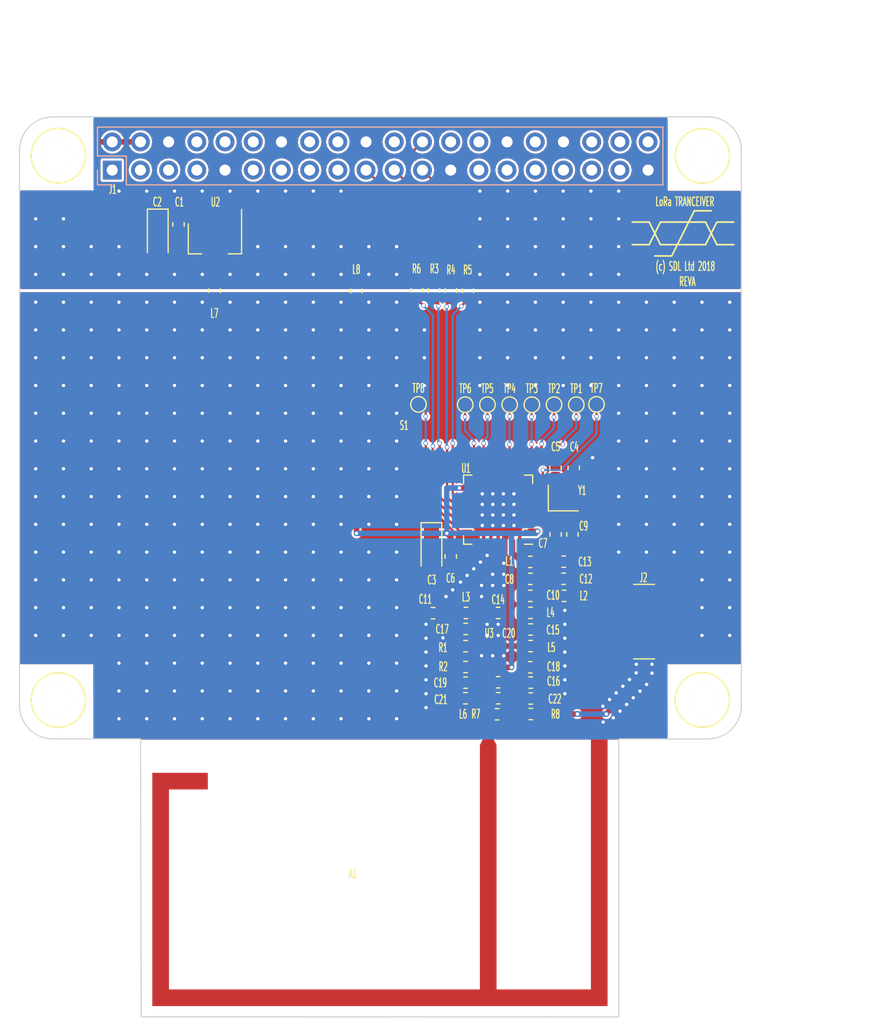
<source format=kicad_pcb>
(kicad_pcb (version 20171130) (host pcbnew 5.0.1-33cea8e~68~ubuntu18.04.1)
  (layers (0 F.Cu signal) (31 B.Cu signal) (34 B.Paste user) (35 F.Paste user hide) (36 B.SilkS user hide) (37 F.SilkS user) (38 B.Mask user) (39 F.Mask user) (44 Edge.Cuts user))
  (net 0 "")
  (net 1 "Net-(J1-Pad23)")
  (net 2 "Net-(J1-Pad21)")
  (net 3 "Net-(J1-Pad26)")
  (net 4 "Net-(J1-Pad19)")
  (net 5 "Net-(J1-Pad7)")
  (net 6 "Net-(J1-Pad24)")
  (net 7 "Net-(J1-Pad3)")
  (net 8 "Net-(J1-Pad5)")
  (net 9 "Net-(J1-Pad8)")
  (net 10 "Net-(J1-Pad10)")
  (net 11 "Net-(J1-Pad11)")
  (net 12 "Net-(J1-Pad12)")
  (net 13 "Net-(J1-Pad13)")
  (net 14 "Net-(J1-Pad15)")
  (net 15 "Net-(J1-Pad16)")
  (net 16 "Net-(J1-Pad18)")
  (net 17 "Net-(J1-Pad22)")
  (net 18 "Net-(J1-Pad27)")
  (net 19 "Net-(J1-Pad28)")
  (net 20 "Net-(J1-Pad29)")
  (net 21 "Net-(J1-Pad31)")
  (net 22 "Net-(J1-Pad32)")
  (net 23 "Net-(J1-Pad33)")
  (net 24 "Net-(J1-Pad35)")
  (net 25 "Net-(J1-Pad36)")
  (net 26 "Net-(J1-Pad37)")
  (net 27 "Net-(J1-Pad38)")
  (net 28 "Net-(J1-Pad40)")
  (net 29 "Net-(J1-Pad1)")
  (net 30 "Net-(J1-Pad17)")
  (net 31 "Net-(U1-Pad24)")
  (net 32 GND)
  (net 33 "Net-(C19-Pad1)")
  (net 34 "Net-(R2-Pad2)")
  (net 35 "Net-(C17-Pad1)")
  (net 36 "Net-(R1-Pad1)")
  (net 37 +3.3VA)
  (net 38 +5V)
  (net 39 "Net-(C16-Pad1)")
  (net 40 "Net-(C20-Pad2)")
  (net 41 "Net-(C7-Pad1)")
  (net 42 "Net-(C9-Pad1)")
  (net 43 "Net-(C4-Pad1)")
  (net 44 "Net-(C5-Pad1)")
  (net 45 "Net-(C11-Pad1)")
  (net 46 "Net-(L1-Pad1)")
  (net 47 "Net-(C12-Pad1)")
  (net 48 "Net-(C10-Pad2)")
  (net 49 "Net-(C14-Pad1)")
  (net 50 "Net-(C15-Pad1)")
  (net 51 "Net-(C10-Pad1)")
  (net 52 "Net-(C20-Pad1)")
  (net 53 GNDA)
  (net 54 "Net-(TP1-Pad1)")
  (net 55 "Net-(TP6-Pad1)")
  (net 56 "Net-(TP7-Pad1)")
  (net 57 "Net-(TP8-Pad1)")
  (net 58 "Net-(TP2-Pad1)")
  (net 59 "Net-(TP3-Pad1)")
  (net 60 "Net-(TP4-Pad1)")
  (net 61 "Net-(TP5-Pad1)")
  (net 62 "Net-(R5-Pad1)")
  (net 63 "Net-(R4-Pad1)")
  (net 64 "Net-(R3-Pad1)")
  (net 65 "Net-(R6-Pad1)")
  (net 66 /A2)
  (net 67 /A1)
  (net 68 /A3)
  (net 69 +3V3)
  (module project_footprints:QFN-28-1EP_6x6mm_P0.65mm_EP4.25x4.25mm_ThermalVias (layer F.Cu) (at 121.64 96.18 180)
    (fp_text reference U1 (at 2.89 3.73 180) (layer F.SilkS) (effects (font (size 0.8 0.4) (thickness 0.1))))
    (fp_text value SX1272)
    (pad 28 smd roundrect (at -1.95 -2.8375 180) (size 0.3 1.025) (layers F.Cu F.Paste F.Mask) (net 47 "Net-(C12-Pad1)"))
    (pad 27 smd roundrect (at -1.3 -2.8375 180) (size 0.3 1.025) (layers F.Cu F.Paste F.Mask) (net 46 "Net-(L1-Pad1)"))
    (pad 26 smd roundrect (at -0.65 -2.8375 180) (size 0.3 1.025) (layers F.Cu F.Paste F.Mask) (net 53 GNDA))
    (pad 25 smd roundrect (at 0 -2.8375 180) (size 0.3 1.025) (layers F.Cu F.Paste F.Mask) (net 45 "Net-(C11-Pad1)"))
    (pad 24 smd roundrect (at 0.65 -2.8375 180) (size 0.3 1.025) (layers F.Cu F.Paste F.Mask) (net 31 "Net-(U1-Pad24)"))
    (pad 23 smd roundrect (at 1.3 -2.8375 180) (size 0.3 1.025) (layers F.Cu F.Paste F.Mask) (net 34 "Net-(R2-Pad2)"))
    (pad 22 smd roundrect (at 1.95 -2.8375 180) (size 0.3 1.025) (layers F.Cu F.Paste F.Mask) (net 53 GNDA))
    (pad 21 smd roundrect (at 2.8375 -1.95 180) (size 1.025 0.3) (layers F.Cu F.Paste F.Mask) (net 57 "Net-(TP8-Pad1)"))
    (pad 20 smd roundrect (at 2.8375 -1.3 180) (size 1.025 0.3) (layers F.Cu F.Paste F.Mask) (net 65 "Net-(R6-Pad1)"))
    (pad 19 smd roundrect (at 2.8375 -0.65 180) (size 1.025 0.3) (layers F.Cu F.Paste F.Mask) (net 64 "Net-(R3-Pad1)"))
    (pad 18 smd roundrect (at 2.8375 0 180) (size 1.025 0.3) (layers F.Cu F.Paste F.Mask) (net 63 "Net-(R4-Pad1)"))
    (pad 17 smd roundrect (at 2.8375 0.65 180) (size 1.025 0.3) (layers F.Cu F.Paste F.Mask) (net 62 "Net-(R5-Pad1)"))
    (pad 16 smd roundrect (at 2.8375 1.3 180) (size 1.025 0.3) (layers F.Cu F.Paste F.Mask) (net 53 GNDA))
    (pad 15 smd roundrect (at 2.8375 1.95 180) (size 1.025 0.3) (layers F.Cu F.Paste F.Mask) (net 37 +3.3VA))
    (pad 14 smd roundrect (at 1.95 2.8375 180) (size 0.3 1.025) (layers F.Cu F.Paste F.Mask) (net 55 "Net-(TP6-Pad1)"))
    (pad 13 smd roundrect (at 1.3 2.8375 180) (size 0.3 1.025) (layers F.Cu F.Paste F.Mask) (net 61 "Net-(TP5-Pad1)"))
    (pad 12 smd roundrect (at 0.65 2.8375 180) (size 0.3 1.025) (layers F.Cu F.Paste F.Mask) (net 60 "Net-(TP4-Pad1)"))
    (pad 11 smd roundrect (at 0 2.8375 180) (size 0.3 1.025) (layers F.Cu F.Paste F.Mask) (net 59 "Net-(TP3-Pad1)"))
    (pad 10 smd roundrect (at -0.65 2.8375 180) (size 0.3 1.025) (layers F.Cu F.Paste F.Mask) (net 58 "Net-(TP2-Pad1)"))
    (pad 9 smd roundrect (at -1.3 2.8375 180) (size 0.3 1.025) (layers F.Cu F.Paste F.Mask) (net 54 "Net-(TP1-Pad1)"))
    (pad 8 smd roundrect (at -1.95 2.8375 180) (size 0.3 1.025) (layers F.Cu F.Paste F.Mask) (net 53 GNDA))
    (pad 7 smd roundrect (at -2.8375 1.95 180) (size 1.025 0.3) (layers F.Cu F.Paste F.Mask) (net 53 GNDA))
    (pad 6 smd roundrect (at -2.8375 1.3 180) (size 1.025 0.3) (layers F.Cu F.Paste F.Mask) (net 56 "Net-(TP7-Pad1)"))
    (pad 5 smd roundrect (at -2.8375 0.65 180) (size 1.025 0.3) (layers F.Cu F.Paste F.Mask) (net 44 "Net-(C5-Pad1)"))
    (pad 4 smd roundrect (at -2.8375 0 180) (size 1.025 0.3) (layers F.Cu F.Paste F.Mask) (net 43 "Net-(C4-Pad1)"))
    (pad 3 smd roundrect (at -2.8375 -0.65 180) (size 1.025 0.3) (layers F.Cu F.Paste F.Mask) (net 42 "Net-(C9-Pad1)"))
    (pad 2 smd roundrect (at -2.8375 -1.3 180) (size 1.025 0.3) (layers F.Cu F.Paste F.Mask) (net 41 "Net-(C7-Pad1)"))
    (pad 1 smd roundrect (at -2.8375 -1.95 180) (size 1.025 0.3) (layers F.Cu F.Paste F.Mask) (net 37 +3.3VA))
    (pad 29 smd roundrect (at 0 0 180) (size 3.35 3.35) (layers B.Cu) (roundrect_rratio 0.075) (net 53 GNDA))
    (pad 29 thru_hole circle (at 1.425 1.425 180) (size 0.5 0.5) (drill 0.3) (layers *.Cu) (net 53 GNDA))
    (pad 29 thru_hole circle (at 0.475 1.425 180) (size 0.5 0.5) (drill 0.3) (layers *.Cu) (net 53 GNDA))
    (pad 29 thru_hole circle (at -0.475 1.425 180) (size 0.5 0.5) (drill 0.3) (layers *.Cu) (net 53 GNDA))
    (pad 29 thru_hole circle (at -1.425 1.425 180) (size 0.5 0.5) (drill 0.3) (layers *.Cu) (net 53 GNDA))
    (pad 29 thru_hole circle (at 1.425 0.475 180) (size 0.5 0.5) (drill 0.3) (layers *.Cu) (net 53 GNDA))
    (pad 29 thru_hole circle (at 0.475 0.475 180) (size 0.5 0.5) (drill 0.3) (layers *.Cu) (net 53 GNDA))
    (pad 29 thru_hole circle (at -0.475 0.475 180) (size 0.5 0.5) (drill 0.3) (layers *.Cu) (net 53 GNDA))
    (pad 29 thru_hole circle (at -1.425 0.475 180) (size 0.5 0.5) (drill 0.3) (layers *.Cu) (net 53 GNDA))
    (pad 29 thru_hole circle (at 1.425 -0.475 180) (size 0.5 0.5) (drill 0.3) (layers *.Cu) (net 53 GNDA))
    (pad 29 thru_hole circle (at 0.475 -0.475 180) (size 0.5 0.5) (drill 0.3) (layers *.Cu) (net 53 GNDA))
    (pad 29 thru_hole circle (at -0.475 -0.475 180) (size 0.5 0.5) (drill 0.3) (layers *.Cu) (net 53 GNDA))
    (pad 29 thru_hole circle (at -1.425 -0.475 180) (size 0.5 0.5) (drill 0.3) (layers *.Cu) (net 53 GNDA))
    (pad 29 thru_hole circle (at 1.425 -1.425 180) (size 0.5 0.5) (drill 0.3) (layers *.Cu) (net 53 GNDA))
    (pad 29 thru_hole circle (at 0.475 -1.425 180) (size 0.5 0.5) (drill 0.3) (layers *.Cu) (net 53 GNDA))
    (pad 29 thru_hole circle (at -0.475 -1.425 180) (size 0.5 0.5) (drill 0.3) (layers *.Cu) (net 53 GNDA))
    (pad 29 thru_hole circle (at -1.425 -1.425 180) (size 0.5 0.5) (drill 0.3) (layers *.Cu) (net 53 GNDA))
    (pad 29 smd roundrect (at 0 0 180) (size 4.25 4.25) (layers F.Cu F.Mask) (roundrect_rratio 0.058824) (net 53 GNDA))
  )
  (module project_footprints:MS256-10S (layer F.Cu) (at 121.87 102.55)
    (fp_text reference S1 (at -8.69 -13.96) (layer F.SilkS) (effects (font (size 0.8 0.4) (thickness 0.1))))
    (fp_text value RF_Shield_One_Piece)
    (pad 1 smd rect (at -4.75 13.25) (size 5.5 1) (layers F.Cu F.Paste F.Mask) (net 53 GNDA))
    (pad 1 smd rect (at 3.6 13.25) (size 7.75 1) (layers F.Cu F.Paste F.Mask) (net 53 GNDA))
    (pad 1 smd rect (at 0 -13.25) (size 15 1) (layers F.Cu F.Paste F.Mask) (net 53 GNDA))
    (pad 1 smd rect (at -8.25 0.05) (size 1 25) (layers F.Cu F.Paste F.Mask) (net 53 GNDA))
    (pad 1 smd rect (at 8.25 0) (size 1 25) (layers F.Cu F.Paste F.Mask) (net 53 GNDA))
  )
  (module Resistor_SMD:R_0603_1608Metric (layer F.Cu) (at 117.39 76.4475 90)
    (fp_text reference R4 (at 1.8475 0.01 180) (layer F.SilkS) (effects (font (size 0.8 0.4) (thickness 0.1))))
    (fp_text value R)
    (pad 1 smd roundrect (at -0.7875 0 90) (size 0.875 0.95) (layers F.Cu F.Paste F.Mask) (net 63 "Net-(R4-Pad1)"))
    (pad 2 smd roundrect (at 0.7875 0 90) (size 0.875 0.95) (layers F.Cu F.Paste F.Mask) (net 2 "Net-(J1-Pad21)"))
  )
  (module Resistor_SMD:R_0603_1608Metric (layer F.Cu) (at 121.55 114.6)
    (fp_text reference R7 (at -1.91 -0.02) (layer F.SilkS) (effects (font (size 0.8 0.4) (thickness 0.1))))
    (fp_text value 0R)
    (pad 1 smd roundrect (at -0.7875 0) (size 0.875 0.95) (layers F.Cu F.Paste F.Mask) (net 66 /A2))
    (pad 2 smd roundrect (at 0.7875 0) (size 0.875 0.95) (layers F.Cu F.Paste F.Mask) (net 67 /A1))
  )
  (module Capacitor_Tantalum_SMD:CP_EIA-3216-10_Kemet-I (layer F.Cu) (at 115.64 99.66 270)
    (fp_text reference C3 (at 2.85 -0.03) (layer F.SilkS) (effects (font (size 0.8 0.4) (thickness 0.1))))
    (fp_text value CP)
    (pad 2 smd roundrect (at 1.35 0 270) (size 1.4 1.35) (layers F.Cu F.Paste F.Mask) (roundrect_rratio 0.185185) (net 53 GNDA))
    (pad 1 smd roundrect (at -1.35 0 270) (size 1.4 1.35) (layers F.Cu F.Paste F.Mask) (roundrect_rratio 0.185185) (net 37 +3.3VA))
  )
  (module Capacitor_SMD:C_0603_1608Metric (layer F.Cu) (at 118.7175 106.92)
    (fp_text reference C17 (at -2.1075 0.02) (layer F.SilkS) (effects (font (size 0.8 0.4) (thickness 0.1))))
    (fp_text value 33p)
    (pad 2 smd roundrect (at 0.7875 0) (size 0.875 0.95) (layers F.Cu F.Paste F.Mask) (net 49 "Net-(C14-Pad1)"))
    (pad 1 smd roundrect (at -0.7875 0) (size 0.875 0.95) (layers F.Cu F.Paste F.Mask) (net 35 "Net-(C17-Pad1)"))
  )
  (module Inductor_SMD:L_0603_1608Metric (layer F.Cu) (at 108.89 76.4875 270)
    (fp_text reference L8 (at -1.9275 0.02) (layer F.SilkS) (effects (font (size 0.8 0.4) (thickness 0.1))))
    (fp_text value L)
    (pad 1 smd roundrect (at -0.7875 0 270) (size 0.875 0.95) (layers F.Cu F.Paste F.Mask) (net 69 +3V3))
    (pad 2 smd roundrect (at 0.7875 0 270) (size 0.875 0.95) (layers F.Cu F.Paste F.Mask) (net 37 +3.3VA))
  )
  (module project_footprints:F-ANTENNA-868MHz (layer F.Cu) (at 95.5 121.37)
    (fp_text reference A1 (at 13.07 7.61) (layer F.SilkS) (effects (font (size 0.8 0.4) (thickness 0.1))))
    (fp_text value F-ANTENNA-868MHz)
    (fp_poly (pts (xy -5 -1.5) (xy 0 -1.5) (xy 0 0) (xy -3.5 0) (xy -3.5 9.75) (xy -3.5 18) (xy 6 18) (xy 24.5 18) (xy 24.5 -4) (xy 26 -4) (xy 26 18) (xy 34.5 18) (xy 34.5 -4.5) (xy 36 -4.5) (xy 36 19.5) (xy -3.5 19.5) (xy -5 19.5)) (layer F.Cu) (width 0))
    (pad 2 smd rect (at 15.5 -4.75) (size 43 0.5) (layers B.Cu) (net 53 GNDA))
    (pad 2 smd rect (at 9.25 -4.74) (size 30.5 0.5) (layers F.Cu) (net 53 GNDA))
    (pad 2 smd rect (at 31.5 -4.74) (size 11 0.5) (layers F.Cu) (net 53 GNDA))
    (pad 1 smd trapezoid (at 25.25 -4.5) (size 1 1) (rect_delta 0 0.5) (layers F.Cu) (net 66 /A2))
  )
  (module Connector_Coaxial:SMA_Amphenol_132134-10_Vertical (layer F.Cu) (at 134.79 106.26 90)
    (fp_text reference J2 (at 3.96 -0.06 180) (layer F.SilkS) (effects (font (size 0.8 0.4) (thickness 0.1))))
    (fp_text value Conn_Coaxial)
    (pad 1 smd circle (at 0 0 180) (size 1.73 1.73) (layers F.Cu F.Paste F.Mask) (net 68 /A3))
    (pad 2 smd custom (at 0 2.8 90) (size 7.11 1.51) (layers F.Cu F.Paste F.Mask) (net 53 GNDA) (options (clearance outline) (anchor rect)) (primitives (gr_poly (pts (xy -1.645 -1.595) (xy -1.5 -1.42) (xy -1.36 -1.28) (xy -1.205 -1.155) (xy -1.035 -1.045) (xy -0.86 -0.95) (xy -0.675 -0.875) (xy -0.48 -0.82) (xy -0.28 -0.78) (xy -0.085 -0.765) (xy 0 -0.765) (xy 0 0.755) (xy -3.555 0.755) (xy -3.555 -1.595)) (width 0)) (gr_poly (pts (xy 1.645 -1.595) (xy 1.5 -1.42) (xy 1.36 -1.28) (xy 1.205 -1.155) (xy 1.035 -1.045) (xy 0.86 -0.95) (xy 0.675 -0.875) (xy 0.48 -0.82) (xy 0.28 -0.78) (xy 0.085 -0.765) (xy 0 -0.765) (xy 0 0.755) (xy 3.555 0.755) (xy 3.555 -1.595)) (width 0))))
    (pad 2 smd custom (at 0 -2.8 270) (size 7.11 1.51) (layers F.Cu F.Paste F.Mask) (net 53 GNDA) (options (clearance outline) (anchor rect)) (primitives (gr_poly (pts (xy -1.645 -1.595) (xy -1.5 -1.42) (xy -1.36 -1.28) (xy -1.205 -1.155) (xy -1.035 -1.045) (xy -0.86 -0.95) (xy -0.675 -0.875) (xy -0.48 -0.82) (xy -0.28 -0.78) (xy -0.085 -0.765) (xy 0 -0.765) (xy 0 0.755) (xy -3.555 0.755) (xy -3.555 -1.595)) (width 0)) (gr_poly (pts (xy 1.645 -1.595) (xy 1.5 -1.42) (xy 1.36 -1.28) (xy 1.205 -1.155) (xy 1.035 -1.045) (xy 0.86 -0.95) (xy 0.675 -0.875) (xy 0.48 -0.82) (xy 0.28 -0.78) (xy 0.085 -0.765) (xy 0 -0.765) (xy 0 0.755) (xy 3.555 0.755) (xy 3.555 -1.595)) (width 0))))
  )
  (module Resistor_SMD:R_0603_1608Metric (layer F.Cu) (at 118.71 110.35 180)
    (fp_text reference R2 (at 2.01 0.03 180) (layer F.SilkS) (effects (font (size 0.8 0.4) (thickness 0.1))))
    (fp_text value 1k)
    (pad 1 smd roundrect (at -0.7875 0 180) (size 0.875 0.95) (layers F.Cu F.Paste F.Mask) (net 33 "Net-(C19-Pad1)"))
    (pad 2 smd roundrect (at 0.7875 0 180) (size 0.875 0.95) (layers F.Cu F.Paste F.Mask) (net 34 "Net-(R2-Pad2)"))
  )
  (module Resistor_SMD:R_0603_1608Metric (layer F.Cu) (at 115.87 76.4475 90)
    (fp_text reference R3 (at 1.9475 0.03 180) (layer F.SilkS) (effects (font (size 0.8 0.4) (thickness 0.1))))
    (fp_text value R)
    (pad 2 smd roundrect (at 0.7875 0 90) (size 0.875 0.95) (layers F.Cu F.Paste F.Mask) (net 4 "Net-(J1-Pad19)"))
    (pad 1 smd roundrect (at -0.7875 0 90) (size 0.875 0.95) (layers F.Cu F.Paste F.Mask) (net 64 "Net-(R3-Pad1)"))
  )
  (module Resistor_SMD:R_0603_1608Metric (layer F.Cu) (at 118.93 76.4725 90)
    (fp_text reference R5 (at 1.8725 -0.03 180) (layer F.SilkS) (effects (font (size 0.8 0.4) (thickness 0.1))))
    (fp_text value R)
    (pad 2 smd roundrect (at 0.7875 0 90) (size 0.875 0.95) (layers F.Cu F.Paste F.Mask) (net 1 "Net-(J1-Pad23)"))
    (pad 1 smd roundrect (at -0.7875 0 90) (size 0.875 0.95) (layers F.Cu F.Paste F.Mask) (net 62 "Net-(R5-Pad1)"))
  )
  (module Resistor_SMD:R_0603_1608Metric (layer F.Cu) (at 114.32 76.4275 90)
    (fp_text reference R6 (at 1.9275 -0.02 180) (layer F.SilkS) (effects (font (size 0.8 0.4) (thickness 0.1))))
    (fp_text value R)
    (pad 1 smd roundrect (at -0.7875 0 90) (size 0.875 0.95) (layers F.Cu F.Paste F.Mask) (net 65 "Net-(R6-Pad1)"))
    (pad 2 smd roundrect (at 0.7875 0 90) (size 0.875 0.95) (layers F.Cu F.Paste F.Mask) (net 6 "Net-(J1-Pad24)"))
  )
  (module Resistor_SMD:R_0603_1608Metric (layer F.Cu) (at 124.5875 114.58 180)
    (fp_text reference R8 (at -2.2225 -0.01 180) (layer F.SilkS) (effects (font (size 0.8 0.4) (thickness 0.1))))
    (fp_text value DNF)
    (pad 2 smd roundrect (at 0.7875 0 180) (size 0.875 0.95) (layers F.Cu F.Paste F.Mask) (net 67 /A1))
    (pad 1 smd roundrect (at -0.7875 0 180) (size 0.875 0.95) (layers F.Cu F.Paste F.Mask) (net 68 /A3))
  )
  (module Resistor_SMD:R_0603_1608Metric (layer F.Cu) (at 118.7075 108.47 180)
    (fp_text reference R1 (at 2.0275 -0.13 180) (layer F.SilkS) (effects (font (size 0.8 0.4) (thickness 0.1))))
    (fp_text value 0R)
    (pad 1 smd roundrect (at -0.7875 0 180) (size 0.875 0.95) (layers F.Cu F.Paste F.Mask) (net 36 "Net-(R1-Pad1)"))
    (pad 2 smd roundrect (at 0.7875 0 180) (size 0.875 0.95) (layers F.Cu F.Paste F.Mask) (net 35 "Net-(C17-Pad1)"))
  )
  (module project_footprints:SC70-6 (layer F.Cu) (at 121.54 109.42 180)
    (fp_text reference U3 (at 0.7 2.11 180) (layer F.SilkS) (effects (font (size 0.8 0.4) (thickness 0.1))))
    (fp_text value PE4259)
    (pad 1 smd rect (at -0.65 0.95 180) (size 0.4 0.7) (layers F.Cu F.Paste F.Mask) (net 39 "Net-(C16-Pad1)"))
    (pad 2 smd rect (at 0 0.95 180) (size 0.4 0.7) (layers F.Cu F.Paste F.Mask) (net 53 GNDA))
    (pad 3 smd rect (at 0.65 0.95 180) (size 0.4 0.7) (layers F.Cu F.Paste F.Mask) (net 36 "Net-(R1-Pad1)"))
    (pad 4 smd rect (at 0.65 -0.95 180) (size 0.4 0.7) (layers F.Cu F.Paste F.Mask) (net 33 "Net-(C19-Pad1)"))
    (pad 6 smd rect (at -0.65 -0.95 180) (size 0.4 0.7) (layers F.Cu F.Paste F.Mask) (net 37 +3.3VA))
    (pad 5 smd rect (at 0 -0.95 180) (size 0.4 0.7) (layers F.Cu F.Paste F.Mask) (net 40 "Net-(C20-Pad2)"))
  )
  (module Crystal:Crystal_SMD_2016-4Pin_2.0x1.6mm (layer F.Cu) (at 127.51 95.14)
    (fp_text reference Y1 (at 1.7 -0.69) (layer F.SilkS) (effects (font (size 0.8 0.4) (thickness 0.1))))
    (fp_text value 32MHz)
    (pad 1 smd rect (at -0.7 0.55) (size 0.9 0.8) (layers F.Cu F.Paste F.Mask) (net 53 GNDA))
    (pad 2 smd rect (at 0.7 0.55) (size 0.9 0.8) (layers F.Cu F.Paste F.Mask) (net 43 "Net-(C4-Pad1)"))
    (pad 3 smd rect (at 0.7 -0.55) (size 0.9 0.8) (layers F.Cu F.Paste F.Mask) (net 53 GNDA))
    (pad 4 smd rect (at -0.7 -0.55) (size 0.9 0.8) (layers F.Cu F.Paste F.Mask) (net 44 "Net-(C5-Pad1)"))
  )
  (module Inductor_SMD:L_0603_1608Metric (layer F.Cu) (at 96.12 76.4625 270)
    (fp_text reference L7 (at 2.0475 0.02) (layer F.SilkS) (effects (font (size 0.8 0.4) (thickness 0.1))))
    (fp_text value L)
    (pad 1 smd roundrect (at -0.7875 0 270) (size 0.875 0.95) (layers F.Cu F.Paste F.Mask) (net 32 GND))
    (pad 2 smd roundrect (at 0.7875 0 270) (size 0.875 0.95) (layers F.Cu F.Paste F.Mask) (net 53 GNDA))
  )
  (module TestPoint:TestPoint_Pad_D1.0mm (layer F.Cu) (at 120.68 86.73)
    (fp_text reference TP5 (at 0 -1.448) (layer F.SilkS) (effects (font (size 0.8 0.4) (thickness 0.1))))
    (fp_text value TestPoint)
    (pad 1 smd circle (at 0 0) (size 1 1) (layers F.Cu F.Mask) (net 61 "Net-(TP5-Pad1)"))
  )
  (module TestPoint:TestPoint_Pad_D1.0mm (layer F.Cu) (at 122.68 86.73)
    (fp_text reference TP4 (at 0 -1.448) (layer F.SilkS) (effects (font (size 0.8 0.4) (thickness 0.1))))
    (fp_text value TestPoint)
    (pad 1 smd circle (at 0 0) (size 1 1) (layers F.Cu F.Mask) (net 60 "Net-(TP4-Pad1)"))
  )
  (module TestPoint:TestPoint_Pad_D1.0mm (layer F.Cu) (at 124.68 86.73)
    (fp_text reference TP3 (at 0 -1.448) (layer F.SilkS) (effects (font (size 0.8 0.4) (thickness 0.1))))
    (fp_text value TestPoint)
    (pad 1 smd circle (at 0 0) (size 1 1) (layers F.Cu F.Mask) (net 59 "Net-(TP3-Pad1)"))
  )
  (module TestPoint:TestPoint_Pad_D1.0mm (layer F.Cu) (at 126.68 86.73)
    (fp_text reference TP2 (at 0 -1.448) (layer F.SilkS) (effects (font (size 0.8 0.4) (thickness 0.1))))
    (fp_text value TestPoint)
    (pad 1 smd circle (at 0 0) (size 1 1) (layers F.Cu F.Mask) (net 58 "Net-(TP2-Pad1)"))
  )
  (module TestPoint:TestPoint_Pad_D1.0mm (layer F.Cu) (at 114.47 86.7)
    (fp_text reference TP8 (at 0 -1.448) (layer F.SilkS) (effects (font (size 0.8 0.4) (thickness 0.1))))
    (fp_text value TestPoint)
    (pad 1 smd circle (at 0 0) (size 1 1) (layers F.Cu F.Mask) (net 57 "Net-(TP8-Pad1)"))
  )
  (module TestPoint:TestPoint_Pad_D1.0mm (layer F.Cu) (at 130.5 86.7)
    (fp_text reference TP7 (at 0 -1.448) (layer F.SilkS) (effects (font (size 0.8 0.4) (thickness 0.1))))
    (fp_text value TestPoint)
    (pad 1 smd circle (at 0 0) (size 1 1) (layers F.Cu F.Mask) (net 56 "Net-(TP7-Pad1)"))
  )
  (module TestPoint:TestPoint_Pad_D1.0mm (layer F.Cu) (at 118.68 86.73)
    (fp_text reference TP6 (at 0 -1.448) (layer F.SilkS) (effects (font (size 0.8 0.4) (thickness 0.1))))
    (fp_text value TestPoint)
    (pad 1 smd circle (at 0 0) (size 1 1) (layers F.Cu F.Mask) (net 55 "Net-(TP6-Pad1)"))
  )
  (module TestPoint:TestPoint_Pad_D1.0mm (layer F.Cu) (at 128.68 86.73)
    (fp_text reference TP1 (at 0 -1.448) (layer F.SilkS) (effects (font (size 0.8 0.4) (thickness 0.1))))
    (fp_text value TestPoint)
    (pad 1 smd circle (at 0 0) (size 1 1) (layers F.Cu F.Mask) (net 54 "Net-(TP1-Pad1)"))
  )
  (module Capacitor_Tantalum_SMD:CP_EIA-3216-10_Kemet-I (layer F.Cu) (at 90.99 71.43 270)
    (fp_text reference C2 (at -2.95 0.04) (layer F.SilkS) (effects (font (size 0.8 0.4) (thickness 0.1))))
    (fp_text value CP)
    (pad 1 smd roundrect (at -1.35 0 270) (size 1.4 1.35) (layers F.Cu F.Paste F.Mask) (roundrect_rratio 0.185185) (net 38 +5V))
    (pad 2 smd roundrect (at 1.35 0 270) (size 1.4 1.35) (layers F.Cu F.Paste F.Mask) (roundrect_rratio 0.185185) (net 32 GND))
  )
  (module Inductor_SMD:L_0603_1608Metric (layer F.Cu) (at 124.5675 108.46 180)
    (fp_text reference L5 (at -1.8725 -0.12 180) (layer F.SilkS) (effects (font (size 0.8 0.4) (thickness 0.1))))
    (fp_text value 9n)
    (pad 2 smd roundrect (at 0.7875 0 180) (size 0.875 0.95) (layers F.Cu F.Paste F.Mask) (net 39 "Net-(C16-Pad1)"))
    (pad 1 smd roundrect (at -0.7875 0 180) (size 0.875 0.95) (layers F.Cu F.Paste F.Mask) (net 50 "Net-(C15-Pad1)"))
  )
  (module Inductor_SMD:L_0603_1608Metric (layer F.Cu) (at 121.6475 113.16)
    (fp_text reference L6 (at -3.1575 1.43) (layer F.SilkS) (effects (font (size 0.8 0.4) (thickness 0.1))))
    (fp_text value 8n9)
    (pad 1 smd roundrect (at -0.7875 0) (size 0.875 0.95) (layers F.Cu F.Paste F.Mask) (net 52 "Net-(C20-Pad1)"))
    (pad 2 smd roundrect (at 0.7875 0) (size 0.875 0.95) (layers F.Cu F.Paste F.Mask) (net 67 /A1))
  )
  (module Inductor_SMD:L_0603_1608Metric (layer F.Cu) (at 124.5575 105.47)
    (fp_text reference L4 (at 1.8125 -0.02) (layer F.SilkS) (effects (font (size 0.8 0.4) (thickness 0.1))))
    (fp_text value 3n6)
    (pad 2 smd roundrect (at 0.7875 0) (size 0.875 0.95) (layers F.Cu F.Paste F.Mask) (net 50 "Net-(C15-Pad1)"))
    (pad 1 smd roundrect (at -0.7875 0) (size 0.875 0.95) (layers F.Cu F.Paste F.Mask) (net 51 "Net-(C10-Pad1)"))
  )
  (module Inductor_SMD:L_0603_1608Metric (layer F.Cu) (at 118.7475 105.48)
    (fp_text reference L3 (at 0 -1.43) (layer F.SilkS) (effects (font (size 0.8 0.4) (thickness 0.1))))
    (fp_text value 12n)
    (pad 1 smd roundrect (at -0.7875 0) (size 0.875 0.95) (layers F.Cu F.Paste F.Mask) (net 45 "Net-(C11-Pad1)"))
    (pad 2 smd roundrect (at 0.7875 0) (size 0.875 0.95) (layers F.Cu F.Paste F.Mask) (net 49 "Net-(C14-Pad1)"))
  )
  (module Inductor_SMD:L_0603_1608Metric (layer F.Cu) (at 124.54 100.88)
    (fp_text reference L1 (at -1.8775 -0.06) (layer F.SilkS) (effects (font (size 0.8 0.4) (thickness 0.1))))
    (fp_text value 33n)
    (pad 2 smd roundrect (at 0.7875 0) (size 0.875 0.95) (layers F.Cu F.Paste F.Mask) (net 48 "Net-(C10-Pad2)"))
    (pad 1 smd roundrect (at -0.7875 0) (size 0.875 0.95) (layers F.Cu F.Paste F.Mask) (net 46 "Net-(L1-Pad1)"))
  )
  (module Inductor_SMD:L_0603_1608Metric (layer F.Cu) (at 127.5875 103.94 180)
    (fp_text reference L2 (at -1.7625 0 180) (layer F.SilkS) (effects (font (size 0.8 0.4) (thickness 0.1))))
    (fp_text value 33n)
    (pad 1 smd roundrect (at -0.7875 0 180) (size 0.875 0.95) (layers F.Cu F.Paste F.Mask) (net 47 "Net-(C12-Pad1)"))
    (pad 2 smd roundrect (at 0.7875 0 180) (size 0.875 0.95) (layers F.Cu F.Paste F.Mask) (net 48 "Net-(C10-Pad2)"))
  )
  (module Capacitor_SMD:C_0603_1608Metric (layer F.Cu) (at 118.6925 113.16 180)
    (fp_text reference C21 (at 2.21 -0.12 180) (layer F.SilkS) (effects (font (size 0.8 0.4) (thickness 0.1))))
    (fp_text value 3p3)
    (pad 2 smd roundrect (at 0.7875 0 180) (size 0.875 0.95) (layers F.Cu F.Paste F.Mask) (net 53 GNDA))
    (pad 1 smd roundrect (at -0.7875 0 180) (size 0.875 0.95) (layers F.Cu F.Paste F.Mask) (net 52 "Net-(C20-Pad1)"))
  )
  (module Capacitor_SMD:C_0603_1608Metric (layer F.Cu) (at 124.5775 113.18)
    (fp_text reference C22 (at 2.1705 0.042) (layer F.SilkS) (effects (font (size 0.8 0.4) (thickness 0.1))))
    (fp_text value 3p3)
    (pad 1 smd roundrect (at -0.7875 0) (size 0.875 0.95) (layers F.Cu F.Paste F.Mask) (net 67 /A1))
    (pad 2 smd roundrect (at 0.7875 0) (size 0.875 0.95) (layers F.Cu F.Paste F.Mask) (net 53 GNDA))
  )
  (module Capacitor_SMD:C_0603_1608Metric (layer F.Cu) (at 115.7825 105.5 180)
    (fp_text reference C11 (at 0.6925 1.26 180) (layer F.SilkS) (effects (font (size 0.8 0.4) (thickness 0.1))))
    (fp_text value DNF)
    (pad 2 smd roundrect (at 0.7875 0 180) (size 0.875 0.95) (layers F.Cu F.Paste F.Mask) (net 53 GNDA))
    (pad 1 smd roundrect (at -0.7875 0 180) (size 0.875 0.95) (layers F.Cu F.Paste F.Mask) (net 45 "Net-(C11-Pad1)"))
  )
  (module Capacitor_SMD:C_0603_1608Metric (layer F.Cu) (at 128.45 92.41 90)
    (fp_text reference C4 (at 1.88 0.05 180) (layer F.SilkS) (effects (font (size 0.8 0.4) (thickness 0.1))))
    (fp_text value 15p)
    (pad 1 smd roundrect (at -0.7875 0 90) (size 0.875 0.95) (layers F.Cu F.Paste F.Mask) (net 43 "Net-(C4-Pad1)"))
    (pad 2 smd roundrect (at 0.7875 0 90) (size 0.875 0.95) (layers F.Cu F.Paste F.Mask) (net 53 GNDA))
  )
  (module Capacitor_SMD:C_0603_1608Metric (layer F.Cu) (at 126.81 92.42 90)
    (fp_text reference C5 (at 1.9025 0.01 180) (layer F.SilkS) (effects (font (size 0.8 0.4) (thickness 0.1))))
    (fp_text value 15p)
    (pad 2 smd roundrect (at 0.7875 0 90) (size 0.875 0.95) (layers F.Cu F.Paste F.Mask) (net 53 GNDA))
    (pad 1 smd roundrect (at -0.7875 0 90) (size 0.875 0.95) (layers F.Cu F.Paste F.Mask) (net 44 "Net-(C5-Pad1)"))
  )
  (module Capacitor_SMD:C_0603_1608Metric (layer F.Cu) (at 117.38 100.3975 270)
    (fp_text reference C6 (at 1.9525 0.02) (layer F.SilkS) (effects (font (size 0.8 0.4) (thickness 0.1))))
    (fp_text value C)
    (pad 1 smd roundrect (at -0.7875 0 270) (size 0.875 0.95) (layers F.Cu F.Paste F.Mask) (net 37 +3.3VA))
    (pad 2 smd roundrect (at 0.7875 0 270) (size 0.875 0.95) (layers F.Cu F.Paste F.Mask) (net 53 GNDA))
  )
  (module Capacitor_SMD:C_0603_1608Metric (layer F.Cu) (at 126.82 98.4125 270)
    (fp_text reference C7 (at 0.7875 1.14) (layer F.SilkS) (effects (font (size 0.8 0.4) (thickness 0.1))))
    (fp_text value 100n)
    (pad 2 smd roundrect (at 0.7875 0 270) (size 0.875 0.95) (layers F.Cu F.Paste F.Mask) (net 53 GNDA))
    (pad 1 smd roundrect (at -0.7875 0 270) (size 0.875 0.95) (layers F.Cu F.Paste F.Mask) (net 41 "Net-(C7-Pad1)"))
  )
  (module Capacitor_SMD:C_0603_1608Metric (layer F.Cu) (at 124.5475 102.41 180)
    (fp_text reference C8 (at 1.8875 -0.04 180) (layer F.SilkS) (effects (font (size 0.8 0.4) (thickness 0.1))))
    (fp_text value 1p)
    (pad 1 smd roundrect (at -0.7875 0 180) (size 0.875 0.95) (layers F.Cu F.Paste F.Mask) (net 48 "Net-(C10-Pad2)"))
    (pad 2 smd roundrect (at 0.7875 0 180) (size 0.875 0.95) (layers F.Cu F.Paste F.Mask) (net 53 GNDA))
  )
  (module Capacitor_SMD:C_0603_1608Metric (layer F.Cu) (at 128.33 98.4125 270)
    (fp_text reference C9 (at -0.7525 -1.01) (layer F.SilkS) (effects (font (size 0.8 0.4) (thickness 0.1))))
    (fp_text value 100n)
    (pad 2 smd roundrect (at 0.7875 0 270) (size 0.875 0.95) (layers F.Cu F.Paste F.Mask) (net 53 GNDA))
    (pad 1 smd roundrect (at -0.7875 0 270) (size 0.875 0.95) (layers F.Cu F.Paste F.Mask) (net 42 "Net-(C9-Pad1)"))
  )
  (module Capacitor_SMD:C_0603_1608Metric (layer F.Cu) (at 124.5475 103.94)
    (fp_text reference C10 (at 2.0425 -0.06) (layer F.SilkS) (effects (font (size 0.8 0.4) (thickness 0.1))))
    (fp_text value 22p)
    (pad 1 smd roundrect (at -0.7875 0) (size 0.875 0.95) (layers F.Cu F.Paste F.Mask) (net 51 "Net-(C10-Pad1)"))
    (pad 2 smd roundrect (at 0.7875 0) (size 0.875 0.95) (layers F.Cu F.Paste F.Mask) (net 48 "Net-(C10-Pad2)"))
  )
  (module Capacitor_SMD:C_0603_1608Metric (layer F.Cu) (at 92.86 70.5 270)
    (fp_text reference C1 (at -2.02 -0.08) (layer F.SilkS) (effects (font (size 0.8 0.4) (thickness 0.1))))
    (fp_text value C)
    (pad 2 smd roundrect (at 0.7875 0 270) (size 0.875 0.95) (layers F.Cu F.Paste F.Mask) (net 32 GND))
    (pad 1 smd roundrect (at -0.7875 0 270) (size 0.875 0.95) (layers F.Cu F.Paste F.Mask) (net 38 +5V))
  )
  (module Capacitor_SMD:C_0603_1608Metric (layer F.Cu) (at 127.5375 102.4)
    (fp_text reference C12 (at 2.0125 0.02) (layer F.SilkS) (effects (font (size 0.8 0.4) (thickness 0.1))))
    (fp_text value 10n)
    (pad 1 smd roundrect (at -0.7875 0) (size 0.875 0.95) (layers F.Cu F.Paste F.Mask) (net 47 "Net-(C12-Pad1)"))
    (pad 2 smd roundrect (at 0.7875 0) (size 0.875 0.95) (layers F.Cu F.Paste F.Mask) (net 53 GNDA))
  )
  (module Capacitor_SMD:C_0603_1608Metric (layer F.Cu) (at 127.55 100.86)
    (fp_text reference C13 (at 1.9 0.02) (layer F.SilkS) (effects (font (size 0.8 0.4) (thickness 0.1))))
    (fp_text value 47p)
    (pad 2 smd roundrect (at 0.7875 0) (size 0.875 0.95) (layers F.Cu F.Paste F.Mask) (net 53 GNDA))
    (pad 1 smd roundrect (at -0.7875 0) (size 0.875 0.95) (layers F.Cu F.Paste F.Mask) (net 47 "Net-(C12-Pad1)"))
  )
  (module Capacitor_SMD:C_0603_1608Metric (layer F.Cu) (at 121.6475 105.48)
    (fp_text reference C14 (at -0.0025 -1.2) (layer F.SilkS) (effects (font (size 0.8 0.4) (thickness 0.1))))
    (fp_text value 2p7)
    (pad 1 smd roundrect (at -0.7875 0) (size 0.875 0.95) (layers F.Cu F.Paste F.Mask) (net 49 "Net-(C14-Pad1)"))
    (pad 2 smd roundrect (at 0.7875 0) (size 0.875 0.95) (layers F.Cu F.Paste F.Mask) (net 53 GNDA))
  )
  (module Capacitor_SMD:C_0603_1608Metric (layer F.Cu) (at 124.57 106.97 180)
    (fp_text reference C15 (at -2.01 -0.04) (layer F.SilkS) (effects (font (size 0.8 0.4) (thickness 0.1))))
    (fp_text value 6p8)
    (pad 2 smd roundrect (at 0.7875 0 180) (size 0.875 0.95) (layers F.Cu F.Paste F.Mask) (net 53 GNDA))
    (pad 1 smd roundrect (at -0.7875 0 180) (size 0.875 0.95) (layers F.Cu F.Paste F.Mask) (net 50 "Net-(C15-Pad1)"))
  )
  (module Capacitor_SMD:C_0603_1608Metric (layer F.Cu) (at 124.5775 111.75)
    (fp_text reference C16 (at 2.06 -0.12) (layer F.SilkS) (effects (font (size 0.8 0.4) (thickness 0.1))))
    (fp_text value DNF)
    (pad 1 smd roundrect (at -0.7875 0) (size 0.875 0.95) (layers F.Cu F.Paste F.Mask) (net 39 "Net-(C16-Pad1)"))
    (pad 2 smd roundrect (at 0.7875 0) (size 0.875 0.95) (layers F.Cu F.Paste F.Mask) (net 50 "Net-(C15-Pad1)"))
  )
  (module Capacitor_SMD:C_0603_1608Metric (layer F.Cu) (at 124.5375 110.37)
    (fp_text reference C18 (at 2.0875 -0.05) (layer F.SilkS) (effects (font (size 0.8 0.4) (thickness 0.1))))
    (fp_text value 2p7)
    (pad 1 smd roundrect (at -0.7875 0) (size 0.875 0.95) (layers F.Cu F.Paste F.Mask) (net 39 "Net-(C16-Pad1)"))
    (pad 2 smd roundrect (at 0.7875 0) (size 0.875 0.95) (layers F.Cu F.Paste F.Mask) (net 53 GNDA))
  )
  (module Capacitor_SMD:C_0603_1608Metric (layer F.Cu) (at 118.71 111.75 180)
    (fp_text reference C19 (at 2.27 -0.02 180) (layer F.SilkS) (effects (font (size 0.8 0.4) (thickness 0.1))))
    (fp_text value 100p)
    (pad 2 smd roundrect (at 0.7875 0 180) (size 0.875 0.95) (layers F.Cu F.Paste F.Mask) (net 53 GNDA))
    (pad 1 smd roundrect (at -0.7875 0 180) (size 0.875 0.95) (layers F.Cu F.Paste F.Mask) (net 33 "Net-(C19-Pad1)"))
  )
  (module Capacitor_SMD:C_0603_1608Metric (layer F.Cu) (at 121.64 111.72)
    (fp_text reference C20 (at 0.96 -4.41) (layer F.SilkS) (effects (font (size 0.8 0.4) (thickness 0.1))))
    (fp_text value 33p)
    (pad 1 smd roundrect (at -0.7875 0) (size 0.875 0.95) (layers F.Cu F.Paste F.Mask) (net 52 "Net-(C20-Pad1)"))
    (pad 2 smd roundrect (at 0.7875 0) (size 0.875 0.95) (layers F.Cu F.Paste F.Mask) (net 40 "Net-(C20-Pad2)"))
  )
  (module Package_TO_SOT_SMD:SOT-89-3 (layer F.Cu) (at 96.14 71.37 270)
    (fp_text reference U2 (at -2.88 -0.05) (layer F.SilkS) (effects (font (size 0.8 0.4) (thickness 0.1))))
    (fp_text value L78L33_SOT89)
    (pad 2 smd trapezoid (at 2.667 0 180) (size 1.6 0.85) (rect_delta 0 0.6) (layers F.Cu F.Paste F.Mask) (net 32 GND))
    (pad 1 smd rect (at -1.48 -1.5 180) (size 1 1.5) (layers F.Cu F.Paste F.Mask) (net 69 +3V3))
    (pad 2 smd rect (at -1.3335 0 180) (size 1 1.8) (layers F.Cu F.Paste F.Mask) (net 32 GND))
    (pad 3 smd rect (at -1.48 1.5 180) (size 1 1.5) (layers F.Cu F.Paste F.Mask) (net 38 +5V))
    (pad 2 smd rect (at 1.3335 0 180) (size 2.2 1.84) (layers F.Cu F.Paste F.Mask) (net 32 GND))
    (pad 2 smd trapezoid (at -0.0762 0) (size 1.5 1) (rect_delta 0 0.7) (layers F.Cu F.Paste F.Mask) (net 32 GND))
  )
  (module project_footprints:Mounting_hole_2.5mm (layer F.Cu) (at 140.03 113.31)
    (fp_text reference H4 (at 0.07 -0.08) (layer F.SilkS) (effects (font (size 0.8 0.4) (thickness 0.1))))
    (fp_text value Mechanical_Mounting_Hole)
    (pad "" np_thru_hole circle (at 0 0) (size 2.6 2.6) (drill 2.6) (layers *.Cu *.Mask F.SilkS))
  )
  (module project_footprints:Mounting_hole_2.5mm (layer F.Cu) (at 82.04 113.32)
    (fp_text reference H3 (at -0.03 -0.01) (layer F.SilkS) (effects (font (size 0.8 0.4) (thickness 0.1))))
    (fp_text value Mechanical_Mounting_Hole)
    (pad "" np_thru_hole circle (at 0 0) (size 2.6 2.6) (drill 2.6) (layers *.Cu *.Mask F.SilkS))
  )
  (module project_footprints:Mounting_hole_2.5mm (layer F.Cu) (at 140.04 64.33)
    (fp_text reference H2 (at 0.01 0.2) (layer F.SilkS) (effects (font (size 0.8 0.4) (thickness 0.1))))
    (fp_text value Mechanical_Mounting_Hole)
    (pad "" np_thru_hole circle (at 0 0) (size 2.6 2.6) (drill 2.6) (layers *.Cu *.Mask F.SilkS))
  )
  (module project_footprints:Mounting_hole_2.5mm (layer F.Cu) (at 82.04 64.31)
    (fp_text reference H1 (at 0.02 -0.14) (layer F.SilkS) (effects (font (size 0.8 0.4) (thickness 0.1))))
    (fp_text value Mechanical_Mounting_Hole)
    (pad "" np_thru_hole circle (at 0 0) (size 2.6 2.6) (drill 2.6) (layers *.Cu *.Mask F.SilkS))
  )
  (module Connector_PinSocket_2.54mm:PinSocket_2x20_P2.54mm_Vertical (layer B.Cu) (at 86.89 65.61 270)
    (fp_text reference J1 (at 1.73 -0.04) (layer F.SilkS) (effects (font (size 0.8 0.4) (thickness 0.1))))
    (fp_text value RPi)
    (pad 1 thru_hole rect (at 0 0 270) (size 1.7 1.7) (drill 1) (layers *.Cu *.Mask) (net 29 "Net-(J1-Pad1)"))
    (pad 2 thru_hole oval (at -2.54 0 270) (size 1.7 1.7) (drill 1) (layers *.Cu *.Mask) (net 38 +5V))
    (pad 3 thru_hole oval (at 0 -2.54 270) (size 1.7 1.7) (drill 1) (layers *.Cu *.Mask) (net 7 "Net-(J1-Pad3)"))
    (pad 4 thru_hole oval (at -2.54 -2.54 270) (size 1.7 1.7) (drill 1) (layers *.Cu *.Mask) (net 38 +5V))
    (pad 5 thru_hole oval (at 0 -5.08 270) (size 1.7 1.7) (drill 1) (layers *.Cu *.Mask) (net 8 "Net-(J1-Pad5)"))
    (pad 6 thru_hole oval (at -2.54 -5.08 270) (size 1.7 1.7) (drill 1) (layers *.Cu *.Mask) (net 32 GND))
    (pad 7 thru_hole oval (at 0 -7.62 270) (size 1.7 1.7) (drill 1) (layers *.Cu *.Mask) (net 5 "Net-(J1-Pad7)"))
    (pad 8 thru_hole oval (at -2.54 -7.62 270) (size 1.7 1.7) (drill 1) (layers *.Cu *.Mask) (net 9 "Net-(J1-Pad8)"))
    (pad 9 thru_hole oval (at 0 -10.16 270) (size 1.7 1.7) (drill 1) (layers *.Cu *.Mask) (net 32 GND))
    (pad 10 thru_hole oval (at -2.54 -10.16 270) (size 1.7 1.7) (drill 1) (layers *.Cu *.Mask) (net 10 "Net-(J1-Pad10)"))
    (pad 11 thru_hole oval (at 0 -12.7 270) (size 1.7 1.7) (drill 1) (layers *.Cu *.Mask) (net 11 "Net-(J1-Pad11)"))
    (pad 12 thru_hole oval (at -2.54 -12.7 270) (size 1.7 1.7) (drill 1) (layers *.Cu *.Mask) (net 12 "Net-(J1-Pad12)"))
    (pad 13 thru_hole oval (at 0 -15.24 270) (size 1.7 1.7) (drill 1) (layers *.Cu *.Mask) (net 13 "Net-(J1-Pad13)"))
    (pad 14 thru_hole oval (at -2.54 -15.24 270) (size 1.7 1.7) (drill 1) (layers *.Cu *.Mask) (net 32 GND))
    (pad 15 thru_hole oval (at 0 -17.78 270) (size 1.7 1.7) (drill 1) (layers *.Cu *.Mask) (net 14 "Net-(J1-Pad15)"))
    (pad 16 thru_hole oval (at -2.54 -17.78 270) (size 1.7 1.7) (drill 1) (layers *.Cu *.Mask) (net 15 "Net-(J1-Pad16)"))
    (pad 17 thru_hole oval (at 0 -20.32 270) (size 1.7 1.7) (drill 1) (layers *.Cu *.Mask) (net 30 "Net-(J1-Pad17)"))
    (pad 18 thru_hole oval (at -2.54 -20.32 270) (size 1.7 1.7) (drill 1) (layers *.Cu *.Mask) (net 16 "Net-(J1-Pad18)"))
    (pad 19 thru_hole oval (at 0 -22.86 270) (size 1.7 1.7) (drill 1) (layers *.Cu *.Mask) (net 4 "Net-(J1-Pad19)"))
    (pad 20 thru_hole oval (at -2.54 -22.86 270) (size 1.7 1.7) (drill 1) (layers *.Cu *.Mask) (net 32 GND))
    (pad 21 thru_hole oval (at 0 -25.4 270) (size 1.7 1.7) (drill 1) (layers *.Cu *.Mask) (net 2 "Net-(J1-Pad21)"))
    (pad 22 thru_hole oval (at -2.54 -25.4 270) (size 1.7 1.7) (drill 1) (layers *.Cu *.Mask) (net 17 "Net-(J1-Pad22)"))
    (pad 23 thru_hole oval (at 0 -27.94 270) (size 1.7 1.7) (drill 1) (layers *.Cu *.Mask) (net 1 "Net-(J1-Pad23)"))
    (pad 24 thru_hole oval (at -2.54 -27.94 270) (size 1.7 1.7) (drill 1) (layers *.Cu *.Mask) (net 6 "Net-(J1-Pad24)"))
    (pad 25 thru_hole oval (at 0 -30.48 270) (size 1.7 1.7) (drill 1) (layers *.Cu *.Mask) (net 32 GND))
    (pad 26 thru_hole oval (at -2.54 -30.48 270) (size 1.7 1.7) (drill 1) (layers *.Cu *.Mask) (net 3 "Net-(J1-Pad26)"))
    (pad 27 thru_hole oval (at 0 -33.02 270) (size 1.7 1.7) (drill 1) (layers *.Cu *.Mask) (net 18 "Net-(J1-Pad27)"))
    (pad 28 thru_hole oval (at -2.54 -33.02 270) (size 1.7 1.7) (drill 1) (layers *.Cu *.Mask) (net 19 "Net-(J1-Pad28)"))
    (pad 29 thru_hole oval (at 0 -35.56 270) (size 1.7 1.7) (drill 1) (layers *.Cu *.Mask) (net 20 "Net-(J1-Pad29)"))
    (pad 30 thru_hole oval (at -2.54 -35.56 270) (size 1.7 1.7) (drill 1) (layers *.Cu *.Mask) (net 32 GND))
    (pad 31 thru_hole oval (at 0 -38.1 270) (size 1.7 1.7) (drill 1) (layers *.Cu *.Mask) (net 21 "Net-(J1-Pad31)"))
    (pad 32 thru_hole oval (at -2.54 -38.1 270) (size 1.7 1.7) (drill 1) (layers *.Cu *.Mask) (net 22 "Net-(J1-Pad32)"))
    (pad 33 thru_hole oval (at 0 -40.64 270) (size 1.7 1.7) (drill 1) (layers *.Cu *.Mask) (net 23 "Net-(J1-Pad33)"))
    (pad 34 thru_hole oval (at -2.54 -40.64 270) (size 1.7 1.7) (drill 1) (layers *.Cu *.Mask) (net 32 GND))
    (pad 35 thru_hole oval (at 0 -43.18 270) (size 1.7 1.7) (drill 1) (layers *.Cu *.Mask) (net 24 "Net-(J1-Pad35)"))
    (pad 36 thru_hole oval (at -2.54 -43.18 270) (size 1.7 1.7) (drill 1) (layers *.Cu *.Mask) (net 25 "Net-(J1-Pad36)"))
    (pad 37 thru_hole oval (at 0 -45.72 270) (size 1.7 1.7) (drill 1) (layers *.Cu *.Mask) (net 26 "Net-(J1-Pad37)"))
    (pad 38 thru_hole oval (at -2.54 -45.72 270) (size 1.7 1.7) (drill 1) (layers *.Cu *.Mask) (net 27 "Net-(J1-Pad38)"))
    (pad 39 thru_hole oval (at 0 -48.26 270) (size 1.7 1.7) (drill 1) (layers *.Cu *.Mask) (net 32 GND))
    (pad 40 thru_hole oval (at -2.54 -48.26 270) (size 1.7 1.7) (drill 1) (layers *.Cu *.Mask) (net 28 "Net-(J1-Pad40)"))
  )
  (module "project_footprints:SDL Logo" (layer F.Cu) (at 138.8 75.37)
    (fp_text reference "(c) SDL Ltd 2018" (at -0.3 -1.1) (layer F.SilkS) (effects (font (size 0.8 0.4) (thickness 0.1))))
    (fp_text value "SDL Logo")
  )
  (gr_text REVA (at 138.69 75.65) (layer F.SilkS) (effects (font (size 0.8 0.4) (thickness 0.1))))
  (gr_line (start 89.44 116.82) (end 89.5 141.84) (layer Edge.Cuts) (width 0.1))
  (gr_line (start 132.5 141.85) (end 89.5 141.84) (layer Edge.Cuts) (width 0.1))
  (gr_line (start 132.5 116.83) (end 132.5 141.85) (layer Edge.Cuts) (width 0.1))
  (gr_line (start 132.5 116.83) (end 140.546356 116.83) (layer Edge.Cuts) (width 0.1))
  (gr_line (start 81.53 116.82) (end 89.44 116.82) (layer Edge.Cuts) (width 0.1))
  (gr_arc (start 81.546356 113.817611) (end 78.546356 113.817611) (angle -90) (layer Edge.Cuts) (width 0.1))
  (gr_arc (start 140.546356 113.817611) (end 140.546356 116.817611) (angle -89.9) (layer Edge.Cuts) (width 0.1))
  (gr_text "LoRa TRANCEIVER" (at 138.46 68.45) (layer F.SilkS) (effects (font (size 0.8 0.4) (thickness 0.1))))
  (gr_line (start 78.546356 63.817611) (end 78.546356 113.817611) (layer Edge.Cuts) (width 0.1))
  (gr_arc (start 81.546356 63.817611) (end 81.546356 60.817611) (angle -90) (layer Edge.Cuts) (width 0.1))
  (gr_line (start 140.546356 60.817611) (end 81.546356 60.817611) (layer Edge.Cuts) (width 0.1))
  (gr_arc (start 140.546356 63.817611) (end 143.546356 63.817611) (angle -90) (layer Edge.Cuts) (width 0.1))
  (gr_line (start 143.546356 113.817611) (end 143.546356 63.817611) (layer Edge.Cuts) (width 0.1))
  (segment (start 118.91 75.665) (end 118.93 75.685) (width 0.2) (layer F.Cu) (net 1))
  (segment (start 118.9 75.655) (end 118.93 75.685) (width 0.2) (layer F.Cu) (net 1))
  (segment (start 118.93 69.71) (end 118.93 75.685) (width 0.2) (layer F.Cu) (net 1))
  (segment (start 114.83 65.61) (end 118.93 69.71) (width 0.2) (layer F.Cu) (net 1))
  (segment (start 117.39 70.71) (end 112.29 65.61) (width 0.2) (layer F.Cu) (net 2))
  (segment (start 117.39 75.66) (end 117.39 70.71) (width 0.2) (layer F.Cu) (net 2))
  (segment (start 115.88 71.74) (end 115.87 71.75) (width 0.2) (layer F.Cu) (net 4))
  (segment (start 115.87 71.75) (end 115.87 75.66) (width 0.2) (layer F.Cu) (net 4))
  (segment (start 115.88 71.74) (end 115.88 69.88) (width 0.2) (layer F.Cu) (net 4))
  (segment (start 115.88 69.88) (end 113 67) (width 0.2) (layer F.Cu) (net 4))
  (segment (start 111.14 67) (end 109.75 65.61) (width 0.2) (layer F.Cu) (net 4))
  (segment (start 113 67) (end 111.14 67) (width 0.2) (layer F.Cu) (net 4))
  (segment (start 113.6 64.3) (end 114.83 63.07) (width 0.2) (layer F.Cu) (net 6))
  (segment (start 109.06 64.3) (end 113.6 64.3) (width 0.2) (layer F.Cu) (net 6))
  (segment (start 114.32 75.64) (end 114.32 69.07) (width 0.2) (layer F.Cu) (net 6))
  (segment (start 112.75 67.5) (end 109 67.5) (width 0.2) (layer F.Cu) (net 6))
  (segment (start 108.599999 64.760001) (end 109.06 64.3) (width 0.2) (layer F.Cu) (net 6))
  (segment (start 109 67.5) (end 108.599999 67.099999) (width 0.2) (layer F.Cu) (net 6))
  (segment (start 114.32 69.07) (end 112.75 67.5) (width 0.2) (layer F.Cu) (net 6))
  (segment (start 108.599999 67.099999) (end 108.599999 64.760001) (width 0.2) (layer F.Cu) (net 6))
  (segment (start 90.99 72.78) (end 90.99 73.67) (width 0.2) (layer F.Cu) (net 32))
  (segment (start 92.86 71.2875) (end 92.86 71.825) (width 0.2) (layer F.Cu) (net 32))
  (segment (start 92.86 71.825) (end 92.86 71.93) (width 0.2) (layer F.Cu) (net 32))
  (via (at 80 70) (size 0.4) (drill 0.3) (layers F.Cu B.Cu) (net 32))
  (via (at 80 72.5) (size 0.4) (drill 0.3) (layers F.Cu B.Cu) (net 32))
  (via (at 80 75) (size 0.4) (drill 0.3) (layers F.Cu B.Cu) (net 32))
  (via (at 82.5 75) (size 0.4) (drill 0.3) (layers F.Cu B.Cu) (net 32))
  (via (at 82.5 72.5) (size 0.4) (drill 0.3) (layers F.Cu B.Cu) (net 32))
  (via (at 82.5 70) (size 0.4) (drill 0.3) (layers F.Cu B.Cu) (net 32))
  (via (at 85 72.5) (size 0.4) (drill 0.3) (layers F.Cu B.Cu) (net 32))
  (via (at 85 75) (size 0.4) (drill 0.3) (layers F.Cu B.Cu) (net 32))
  (via (at 87.5 75) (size 0.4) (drill 0.3) (layers F.Cu B.Cu) (net 32))
  (via (at 87.5 72.5) (size 0.4) (drill 0.3) (layers F.Cu B.Cu) (net 32))
  (via (at 90 75) (size 0.4) (drill 0.3) (layers F.Cu B.Cu) (net 32))
  (via (at 92.5 75) (size 0.4) (drill 0.3) (layers F.Cu B.Cu) (net 32))
  (via (at 95 75) (size 0.4) (drill 0.3) (layers F.Cu B.Cu) (net 32))
  (via (at 97.5 75) (size 0.4) (drill 0.3) (layers F.Cu B.Cu) (net 32))
  (via (at 100 75) (size 0.4) (drill 0.3) (layers F.Cu B.Cu) (net 32))
  (via (at 102.5 75) (size 0.4) (drill 0.3) (layers F.Cu B.Cu) (net 32))
  (via (at 105 75) (size 0.4) (drill 0.3) (layers F.Cu B.Cu) (net 32))
  (via (at 107.5 75) (size 0.4) (drill 0.3) (layers F.Cu B.Cu) (net 32))
  (via (at 107.5 72.5) (size 0.4) (drill 0.3) (layers F.Cu B.Cu) (net 32))
  (via (at 105 72.5) (size 0.4) (drill 0.3) (layers F.Cu B.Cu) (net 32))
  (via (at 102.5 72.5) (size 0.4) (drill 0.3) (layers F.Cu B.Cu) (net 32))
  (via (at 100 72.5) (size 0.4) (drill 0.3) (layers F.Cu B.Cu) (net 32))
  (via (at 120 75) (size 0.4) (drill 0.3) (layers F.Cu B.Cu) (net 32))
  (via (at 120 72.5) (size 0.4) (drill 0.3) (layers F.Cu B.Cu) (net 32))
  (via (at 120 70) (size 0.4) (drill 0.3) (layers F.Cu B.Cu) (net 32))
  (via (at 120 67.5) (size 0.4) (drill 0.3) (layers F.Cu B.Cu) (net 32))
  (via (at 122.5 67.5) (size 0.4) (drill 0.3) (layers F.Cu B.Cu) (net 32))
  (via (at 122.5 70) (size 0.4) (drill 0.3) (layers F.Cu B.Cu) (net 32))
  (via (at 122.5 72.5) (size 0.4) (drill 0.3) (layers F.Cu B.Cu) (net 32))
  (via (at 122.5 75) (size 0.4) (drill 0.3) (layers F.Cu B.Cu) (net 32))
  (via (at 125 75) (size 0.4) (drill 0.3) (layers F.Cu B.Cu) (net 32))
  (via (at 125 72.5) (size 0.4) (drill 0.3) (layers F.Cu B.Cu) (net 32))
  (via (at 125 70) (size 0.4) (drill 0.3) (layers F.Cu B.Cu) (net 32))
  (via (at 125 67.5) (size 0.4) (drill 0.3) (layers F.Cu B.Cu) (net 32))
  (via (at 127.5 67.5) (size 0.4) (drill 0.3) (layers F.Cu B.Cu) (net 32))
  (via (at 127.5 70) (size 0.4) (drill 0.3) (layers F.Cu B.Cu) (net 32))
  (via (at 127.5 72.5) (size 0.4) (drill 0.3) (layers F.Cu B.Cu) (net 32))
  (via (at 127.5 75) (size 0.4) (drill 0.3) (layers F.Cu B.Cu) (net 32))
  (via (at 130 75) (size 0.4) (drill 0.3) (layers F.Cu B.Cu) (net 32))
  (via (at 130 72.5) (size 0.4) (drill 0.3) (layers F.Cu B.Cu) (net 32))
  (via (at 130 70) (size 0.4) (drill 0.3) (layers F.Cu B.Cu) (net 32))
  (via (at 130 67.5) (size 0.4) (drill 0.3) (layers F.Cu B.Cu) (net 32))
  (via (at 132.5 67.5) (size 0.4) (drill 0.3) (layers F.Cu B.Cu) (net 32))
  (via (at 132.5 70) (size 0.4) (drill 0.3) (layers F.Cu B.Cu) (net 32))
  (via (at 132.5 72.5) (size 0.4) (drill 0.3) (layers F.Cu B.Cu) (net 32))
  (via (at 132.5 75) (size 0.4) (drill 0.3) (layers F.Cu B.Cu) (net 32))
  (via (at 107.5 67.5) (size 0.4) (drill 0.3) (layers F.Cu B.Cu) (net 32))
  (via (at 105 67.5) (size 0.4) (drill 0.3) (layers F.Cu B.Cu) (net 32))
  (via (at 102.5 67.5) (size 0.4) (drill 0.3) (layers F.Cu B.Cu) (net 32))
  (via (at 100 67.5) (size 0.4) (drill 0.3) (layers F.Cu B.Cu) (net 32))
  (via (at 95 67.5) (size 0.4) (drill 0.3) (layers F.Cu B.Cu) (net 32))
  (via (at 92.5 67.5) (size 0.4) (drill 0.3) (layers F.Cu B.Cu) (net 32))
  (via (at 90 67.5) (size 0.4) (drill 0.3) (layers F.Cu B.Cu) (net 32))
  (via (at 87.5 67.5) (size 0.4) (drill 0.3) (layers F.Cu B.Cu) (net 32))
  (via (at 110 75) (size 0.4) (drill 0.3) (layers F.Cu B.Cu) (net 32))
  (via (at 110 72.5) (size 0.4) (drill 0.3) (layers F.Cu B.Cu) (net 32))
  (via (at 112.5 75) (size 0.4) (drill 0.3) (layers F.Cu B.Cu) (net 32))
  (via (at 112.5 72.5) (size 0.4) (drill 0.3) (layers F.Cu B.Cu) (net 32))
  (via (at 97.5 67.5) (size 0.4) (drill 0.3) (layers F.Cu B.Cu) (net 32))
  (segment (start 119.4975 111.73) (end 119.4675 111.76) (width 0.2) (layer F.Cu) (net 33))
  (segment (start 119.5175 110.37) (end 119.4975 110.35) (width 0.5) (layer F.Cu) (net 33))
  (segment (start 120.89 110.37) (end 119.5175 110.37) (width 0.5) (layer F.Cu) (net 33))
  (segment (start 119.4975 110.35) (end 119.4975 111.75) (width 0.5) (layer F.Cu) (net 33))
  (segment (start 115.73 108.1575) (end 117.9225 110.35) (width 0.2) (layer F.Cu) (net 34))
  (segment (start 115.73 105.97364) (end 115.73 108.1575) (width 0.2) (layer F.Cu) (net 34))
  (segment (start 115.73251 105.97113) (end 115.73 105.97364) (width 0.2) (layer F.Cu) (net 34))
  (segment (start 115.73251 105.97113) (end 115.73251 104.41749) (width 0.2) (layer F.Cu) (net 34))
  (segment (start 120.34 99.81) (end 120.34 99.0175) (width 0.2) (layer F.Cu) (net 34))
  (segment (start 115.73251 104.41749) (end 120.34 99.81) (width 0.2) (layer F.Cu) (net 34))
  (segment (start 117.93 108.46) (end 117.92 108.47) (width 0.5) (layer F.Cu) (net 35))
  (segment (start 117.93 106.92) (end 117.93 108.46) (width 0.5) (layer F.Cu) (net 35))
  (segment (start 120.89 108.47) (end 119.495 108.47) (width 0.5) (layer F.Cu) (net 36))
  (via (at 125.2 98.13) (size 0.5) (drill 0.3) (layers F.Cu B.Cu) (net 37))
  (segment (start 124.4775 98.13) (end 125.2 98.13) (width 0.5) (layer F.Cu) (net 37))
  (via (at 122.85 110.38) (size 0.5) (drill 0.3) (layers F.Cu B.Cu) (net 37))
  (segment (start 117.02 98.30501) (end 117.02 94.23) (width 0.5) (layer B.Cu) (net 37))
  (segment (start 125.2 98.13) (end 125.02499 98.30501) (width 0.5) (layer B.Cu) (net 37))
  (segment (start 125.02499 98.30501) (end 117.02 98.30501) (width 0.5) (layer B.Cu) (net 37))
  (segment (start 117.02 94.23) (end 118.15001 94.23) (width 0.5) (layer B.Cu) (net 37))
  (segment (start 117.786447 94.23) (end 118.15001 94.23) (width 0.5) (layer B.Cu) (net 37))
  (segment (start 118.8025 94.23) (end 118.15001 94.23) (width 0.5) (layer F.Cu) (net 37))
  (via (at 118.15001 94.23) (size 0.5) (drill 0.3) (layers F.Cu B.Cu) (net 37))
  (segment (start 122.89 98.30501) (end 125.02499 98.30501) (width 0.5) (layer B.Cu) (net 37))
  (segment (start 122.85 110.38) (end 122.85 98.31501) (width 0.5) (layer B.Cu) (net 37))
  (segment (start 122.85 110.38) (end 122.4 110.38) (width 0.5) (layer F.Cu) (net 37))
  (segment (start 108.89 95.21) (end 108.89 77.8375) (width 0.5) (layer F.Cu) (net 37))
  (segment (start 108.89 77.8375) (end 108.89 77.275) (width 0.5) (layer F.Cu) (net 37))
  (segment (start 117.01501 98.31) (end 117.02 98.30501) (width 0.5) (layer F.Cu) (net 37))
  (segment (start 115.64 98.31) (end 117.01501 98.31) (width 0.5) (layer F.Cu) (net 37))
  (via (at 117.02 98.30501) (size 0.5) (drill 0.3) (layers F.Cu B.Cu) (net 37))
  (segment (start 117.38 98.66501) (end 117.02 98.30501) (width 0.5) (layer F.Cu) (net 37))
  (segment (start 117.38 99.61) (end 117.38 98.66501) (width 0.5) (layer F.Cu) (net 37))
  (segment (start 108.89 95.21) (end 108.89 98.31) (width 0.5) (layer F.Cu) (net 37))
  (via (at 108.89 98.31) (size 0.5) (drill 0.3) (layers F.Cu B.Cu) (net 37))
  (segment (start 117.01501 98.31) (end 117.02 98.30501) (width 0.5) (layer B.Cu) (net 37))
  (segment (start 108.89 98.31) (end 117.01501 98.31) (width 0.5) (layer B.Cu) (net 37))
  (segment (start 89.43 63.07) (end 86.89 63.07) (width 0.5) (layer F.Cu) (net 38))
  (segment (start 91.3575 69.7125) (end 90.99 70.08) (width 0.5) (layer F.Cu) (net 38))
  (segment (start 92.86 69.7125) (end 91.3575 69.7125) (width 0.5) (layer F.Cu) (net 38))
  (segment (start 92.8725 69.7) (end 92.86 69.7125) (width 0.5) (layer F.Cu) (net 38))
  (segment (start 94.64 69.89) (end 94.45 69.7) (width 0.5) (layer F.Cu) (net 38))
  (segment (start 94.45 69.7) (end 92.8725 69.7) (width 0.5) (layer F.Cu) (net 38))
  (segment (start 94.649999 69.689999) (end 94.88 69.92) (width 0.5) (layer F.Cu) (net 38))
  (segment (start 86.89 63.07) (end 85.589999 63.07) (width 0.5) (layer F.Cu) (net 38))
  (segment (start 90.215 70.08) (end 90.205 70.09) (width 0.5) (layer F.Cu) (net 38))
  (segment (start 90.99 70.08) (end 90.215 70.08) (width 0.5) (layer F.Cu) (net 38))
  (segment (start 90.205 70.09) (end 85.63 70.09) (width 0.5) (layer F.Cu) (net 38))
  (segment (start 85.589999 63.07) (end 85.589999 70.049999) (width 0.5) (layer F.Cu) (net 38))
  (segment (start 123.75 108.49) (end 123.78 108.46) (width 0.2) (layer F.Cu) (net 39))
  (segment (start 122.2 108.46) (end 122.19 108.47) (width 0.5) (layer F.Cu) (net 39))
  (segment (start 123.78 108.46) (end 122.2 108.46) (width 0.5) (layer F.Cu) (net 39))
  (segment (start 123.78 110.34) (end 123.75 110.37) (width 0.5) (layer F.Cu) (net 39))
  (segment (start 123.78 108.46) (end 123.78 110.34) (width 0.5) (layer F.Cu) (net 39))
  (segment (start 123.75 111.71) (end 123.79 111.75) (width 0.5) (layer F.Cu) (net 39))
  (segment (start 123.75 110.37) (end 123.75 111.71) (width 0.5) (layer F.Cu) (net 39))
  (segment (start 122.4275 111.72) (end 122.269998 111.72) (width 0.4) (layer F.Cu) (net 40))
  (segment (start 121.54 110.990002) (end 121.54 110.37) (width 0.4) (layer F.Cu) (net 40))
  (segment (start 122.269998 111.72) (end 121.54 110.990002) (width 0.4) (layer F.Cu) (net 40))
  (segment (start 125.57 97.48) (end 124.4775 97.48) (width 0.2) (layer F.Cu) (net 41))
  (segment (start 125.715 97.625) (end 126.82 97.625) (width 0.2) (layer F.Cu) (net 41))
  (segment (start 125.57 97.48) (end 125.715 97.625) (width 0.2) (layer F.Cu) (net 41))
  (segment (start 125.130011 96.870011) (end 127.575011 96.870011) (width 0.2) (layer F.Cu) (net 42))
  (segment (start 127.575011 96.870011) (end 127.868388 97.163388) (width 0.2) (layer F.Cu) (net 42))
  (segment (start 127.868388 97.163388) (end 128.33 97.625) (width 0.2) (layer F.Cu) (net 42))
  (segment (start 125.09 96.83) (end 125.130011 96.870011) (width 0.2) (layer F.Cu) (net 42))
  (segment (start 124.4775 96.83) (end 125.09 96.83) (width 0.2) (layer F.Cu) (net 42))
  (segment (start 125.62 96.18) (end 124.4775 96.18) (width 0.2) (layer F.Cu) (net 43))
  (segment (start 128.21 96.29) (end 128.03 96.47) (width 0.2) (layer F.Cu) (net 43))
  (segment (start 128.21 95.69) (end 128.21 96.29) (width 0.2) (layer F.Cu) (net 43))
  (segment (start 125.91 96.47) (end 125.62 96.18) (width 0.2) (layer F.Cu) (net 43))
  (segment (start 128.03 96.47) (end 125.91 96.47) (width 0.2) (layer F.Cu) (net 43))
  (segment (start 129.17 95.69) (end 128.21 95.69) (width 0.2) (layer F.Cu) (net 43))
  (segment (start 129.32 95.54) (end 129.17 95.69) (width 0.2) (layer F.Cu) (net 43))
  (segment (start 128.45 93.1975) (end 129.2075 93.1975) (width 0.2) (layer F.Cu) (net 43))
  (segment (start 129.32 93.31) (end 129.32 95.54) (width 0.2) (layer F.Cu) (net 43))
  (segment (start 129.2075 93.1975) (end 129.32 93.31) (width 0.2) (layer F.Cu) (net 43))
  (segment (start 124.4775 95.53) (end 124.84 95.53) (width 0.2) (layer F.Cu) (net 44))
  (segment (start 124.4775 95.53) (end 125.09 95.53) (width 0.2) (layer F.Cu) (net 44))
  (segment (start 126.01 94.61) (end 126.7 94.61) (width 0.2) (layer F.Cu) (net 44))
  (segment (start 125.09 95.53) (end 126.01 94.61) (width 0.2) (layer F.Cu) (net 44))
  (segment (start 126.81 93.2075) (end 126.81 94.59) (width 0.2) (layer F.Cu) (net 44))
  (segment (start 121.64 99.0175) (end 121.64 99.58) (width 0.2) (layer F.Cu) (net 45))
  (segment (start 117.94 105.5) (end 117.96 105.48) (width 0.5) (layer F.Cu) (net 45))
  (segment (start 116.57 105.5) (end 117.94 105.5) (width 0.5) (layer F.Cu) (net 45))
  (segment (start 117.96 105.48) (end 117.96 103.98) (width 0.5) (layer F.Cu) (net 45))
  (segment (start 121.64 100.3) (end 121.64 99.0175) (width 0.5) (layer F.Cu) (net 45))
  (segment (start 117.96 103.98) (end 121.64 100.3) (width 0.5) (layer F.Cu) (net 45))
  (segment (start 122.94 100.08) (end 123.78 100.92) (width 0.5) (layer F.Cu) (net 46))
  (segment (start 122.94 99.0175) (end 122.94 100.08) (width 0.5) (layer F.Cu) (net 46))
  (segment (start 124.8075 99.0175) (end 123.64001 99.0175) (width 0.5) (layer F.Cu) (net 47))
  (segment (start 124.81 99.02) (end 124.8075 99.0175) (width 0.5) (layer F.Cu) (net 47))
  (segment (start 126.24251 100.07251) (end 125.19 99.02) (width 0.5) (layer F.Cu) (net 47))
  (segment (start 126.75 100.96) (end 126.24251 100.45251) (width 0.5) (layer F.Cu) (net 47))
  (segment (start 125.19 99.02) (end 124.81 99.02) (width 0.5) (layer F.Cu) (net 47))
  (segment (start 126.24251 100.45251) (end 126.24251 100.07251) (width 0.5) (layer F.Cu) (net 47))
  (segment (start 126.7625 102.3875) (end 126.75 102.4) (width 0.5) (layer F.Cu) (net 47))
  (segment (start 126.7625 100.86) (end 126.7625 102.3875) (width 0.5) (layer F.Cu) (net 47))
  (segment (start 128.370772 104) (end 128.525 104) (width 0.5) (layer F.Cu) (net 47))
  (segment (start 126.75 102.4) (end 127.211612 102.861612) (width 0.5) (layer F.Cu) (net 47))
  (segment (start 127.232384 102.861612) (end 128.370772 104) (width 0.5) (layer F.Cu) (net 47))
  (segment (start 127.211612 102.861612) (end 127.232384 102.861612) (width 0.5) (layer F.Cu) (net 47))
  (segment (start 125.365 100.93) (end 125.355 100.92) (width 0.2) (layer F.Cu) (net 48))
  (segment (start 125.355 100.92) (end 125.355 102.39) (width 0.5) (layer F.Cu) (net 48))
  (segment (start 125.335 102.41) (end 125.335 103.94) (width 0.5) (layer F.Cu) (net 48))
  (segment (start 125.355 102.39) (end 125.335 102.41) (width 0.5) (layer F.Cu) (net 48))
  (segment (start 126.8 103.94) (end 125.335 103.94) (width 0.5) (layer F.Cu) (net 48))
  (segment (start 120.86 105.48) (end 119.535 105.48) (width 0.5) (layer F.Cu) (net 49))
  (segment (start 119.535 106.89) (end 119.505 106.92) (width 0.5) (layer F.Cu) (net 49))
  (segment (start 119.535 105.48) (end 119.535 106.89) (width 0.5) (layer F.Cu) (net 49))
  (segment (start 125.355 106.9725) (end 125.3575 106.97) (width 0.2) (layer F.Cu) (net 50))
  (segment (start 125.3575 105.4825) (end 125.345 105.47) (width 0.2) (layer F.Cu) (net 50))
  (segment (start 125.345 106.9575) (end 125.3575 106.97) (width 0.5) (layer F.Cu) (net 50))
  (segment (start 125.345 105.47) (end 125.345 106.9575) (width 0.5) (layer F.Cu) (net 50))
  (segment (start 125.3575 108.4575) (end 125.355 108.46) (width 0.5) (layer F.Cu) (net 50))
  (segment (start 125.3575 106.97) (end 125.3575 108.4575) (width 0.5) (layer F.Cu) (net 50))
  (segment (start 126.38 111.75) (end 125.365 111.75) (width 0.5) (layer F.Cu) (net 50))
  (segment (start 126.4 111.73) (end 126.38 111.75) (width 0.5) (layer F.Cu) (net 50))
  (segment (start 125.355 108.46) (end 126.4 108.46) (width 0.5) (layer F.Cu) (net 50))
  (segment (start 126.4 108.46) (end 126.4 111.73) (width 0.5) (layer F.Cu) (net 50))
  (segment (start 123.76 105.46) (end 123.77 105.47) (width 0.5) (layer F.Cu) (net 51))
  (segment (start 123.76 103.94) (end 123.76 105.46) (width 0.5) (layer F.Cu) (net 51))
  (segment (start 120.82 113.15) (end 120.83 113.16) (width 0.2) (layer F.Cu) (net 52))
  (segment (start 120.8525 113.1375) (end 120.83 113.16) (width 0.2) (layer F.Cu) (net 52))
  (segment (start 120.8525 113.1525) (end 120.86 113.16) (width 0.5) (layer F.Cu) (net 52))
  (segment (start 120.8525 111.72) (end 120.8525 113.1525) (width 0.5) (layer F.Cu) (net 52))
  (segment (start 120.86 113.16) (end 119.48 113.16) (width 0.5) (layer F.Cu) (net 52))
  (segment (start 129.82 95.71) (end 129.83 95.72) (width 0.2) (layer F.Cu) (net 53))
  (segment (start 120.09 94.88) (end 120.215 94.755) (width 0.2) (layer F.Cu) (net 53))
  (segment (start 118.8025 94.88) (end 120.09 94.88) (width 0.2) (layer F.Cu) (net 53))
  (segment (start 123.59 94.23) (end 124.4775 94.23) (width 0.2) (layer F.Cu) (net 53))
  (segment (start 123.59 94.23) (end 121.64 96.18) (width 0.2) (layer F.Cu) (net 53))
  (segment (start 123.59 93.3425) (end 123.59 94.23) (width 0.2) (layer F.Cu) (net 53))
  (segment (start 122.29 96.83) (end 121.64 96.18) (width 0.2) (layer F.Cu) (net 53))
  (segment (start 122.29 99.0175) (end 122.29 96.83) (width 0.2) (layer F.Cu) (net 53))
  (segment (start 119.69 98.13) (end 121.64 96.18) (width 0.2) (layer F.Cu) (net 53))
  (segment (start 119.69 99.0175) (end 119.69 98.13) (width 0.2) (layer F.Cu) (net 53))
  (via (at 80 77.5) (size 0.5) (drill 0.3) (layers F.Cu B.Cu) (net 53))
  (via (at 80 80) (size 0.5) (drill 0.3) (layers F.Cu B.Cu) (net 53))
  (via (at 80 82.5) (size 0.5) (drill 0.3) (layers F.Cu B.Cu) (net 53))
  (via (at 80 85) (size 0.5) (drill 0.3) (layers F.Cu B.Cu) (net 53))
  (via (at 80 87.5) (size 0.5) (drill 0.3) (layers F.Cu B.Cu) (net 53))
  (via (at 80 95) (size 0.5) (drill 0.3) (layers F.Cu B.Cu) (net 53))
  (via (at 80 90) (size 0.5) (drill 0.3) (layers F.Cu B.Cu) (net 53))
  (via (at 80 97.5) (size 0.5) (drill 0.3) (layers F.Cu B.Cu) (net 53))
  (via (at 80 100) (size 0.5) (drill 0.3) (layers F.Cu B.Cu) (net 53))
  (via (at 80 92.5) (size 0.5) (drill 0.3) (layers F.Cu B.Cu) (net 53))
  (via (at 82.5 77.5) (size 0.5) (drill 0.3) (layers F.Cu B.Cu) (net 53))
  (via (at 82.5 80) (size 0.5) (drill 0.3) (layers F.Cu B.Cu) (net 53))
  (via (at 82.5 85) (size 0.5) (drill 0.3) (layers F.Cu B.Cu) (net 53))
  (via (at 82.5 87.5) (size 0.5) (drill 0.3) (layers F.Cu B.Cu) (net 53))
  (via (at 82.5 82.5) (size 0.5) (drill 0.3) (layers F.Cu B.Cu) (net 53))
  (via (at 85 82.5) (size 0.5) (drill 0.3) (layers F.Cu B.Cu) (net 53))
  (via (at 85 77.5) (size 0.5) (drill 0.3) (layers F.Cu B.Cu) (net 53))
  (via (at 85 85) (size 0.5) (drill 0.3) (layers F.Cu B.Cu) (net 53))
  (via (at 85 80) (size 0.5) (drill 0.3) (layers F.Cu B.Cu) (net 53))
  (via (at 85 87.5) (size 0.5) (drill 0.3) (layers F.Cu B.Cu) (net 53))
  (via (at 87.5 85) (size 0.5) (drill 0.3) (layers F.Cu B.Cu) (net 53))
  (via (at 87.5 80) (size 0.5) (drill 0.3) (layers F.Cu B.Cu) (net 53))
  (via (at 87.5 87.5) (size 0.5) (drill 0.3) (layers F.Cu B.Cu) (net 53))
  (via (at 87.5 77.5) (size 0.5) (drill 0.3) (layers F.Cu B.Cu) (net 53))
  (via (at 87.5 82.5) (size 0.5) (drill 0.3) (layers F.Cu B.Cu) (net 53))
  (via (at 90 82.5) (size 0.5) (drill 0.3) (layers F.Cu B.Cu) (net 53))
  (via (at 90 87.5) (size 0.5) (drill 0.3) (layers F.Cu B.Cu) (net 53))
  (via (at 90 85) (size 0.5) (drill 0.3) (layers F.Cu B.Cu) (net 53))
  (via (at 90 77.5) (size 0.5) (drill 0.3) (layers F.Cu B.Cu) (net 53))
  (via (at 90 80) (size 0.5) (drill 0.3) (layers F.Cu B.Cu) (net 53))
  (via (at 92.5 77.5) (size 0.5) (drill 0.3) (layers F.Cu B.Cu) (net 53))
  (via (at 92.5 85) (size 0.5) (drill 0.3) (layers F.Cu B.Cu) (net 53))
  (via (at 92.5 87.5) (size 0.5) (drill 0.3) (layers F.Cu B.Cu) (net 53))
  (via (at 92.5 80) (size 0.5) (drill 0.3) (layers F.Cu B.Cu) (net 53))
  (via (at 92.5 82.5) (size 0.5) (drill 0.3) (layers F.Cu B.Cu) (net 53))
  (via (at 95 82.5) (size 0.5) (drill 0.3) (layers F.Cu B.Cu) (net 53))
  (via (at 95 77.5) (size 0.5) (drill 0.3) (layers F.Cu B.Cu) (net 53))
  (via (at 95 85) (size 0.5) (drill 0.3) (layers F.Cu B.Cu) (net 53))
  (via (at 95 80) (size 0.5) (drill 0.3) (layers F.Cu B.Cu) (net 53))
  (via (at 95 87.5) (size 0.5) (drill 0.3) (layers F.Cu B.Cu) (net 53))
  (via (at 97.5 87.5) (size 0.5) (drill 0.3) (layers F.Cu B.Cu) (net 53))
  (via (at 97.5 85) (size 0.5) (drill 0.3) (layers F.Cu B.Cu) (net 53))
  (via (at 97.5 77.5) (size 0.5) (drill 0.3) (layers F.Cu B.Cu) (net 53))
  (via (at 97.5 80) (size 0.5) (drill 0.3) (layers F.Cu B.Cu) (net 53))
  (via (at 97.5 82.5) (size 0.5) (drill 0.3) (layers F.Cu B.Cu) (net 53))
  (via (at 100 77.5) (size 0.5) (drill 0.3) (layers F.Cu B.Cu) (net 53))
  (via (at 100 87.5) (size 0.5) (drill 0.3) (layers F.Cu B.Cu) (net 53))
  (via (at 100 82.5) (size 0.5) (drill 0.3) (layers F.Cu B.Cu) (net 53))
  (via (at 100 80) (size 0.5) (drill 0.3) (layers F.Cu B.Cu) (net 53))
  (via (at 100 85) (size 0.5) (drill 0.3) (layers F.Cu B.Cu) (net 53))
  (via (at 102.5 87.5) (size 0.5) (drill 0.3) (layers F.Cu B.Cu) (net 53))
  (via (at 102.5 80) (size 0.5) (drill 0.3) (layers F.Cu B.Cu) (net 53))
  (via (at 102.5 77.5) (size 0.5) (drill 0.3) (layers F.Cu B.Cu) (net 53))
  (via (at 102.5 82.5) (size 0.5) (drill 0.3) (layers F.Cu B.Cu) (net 53))
  (via (at 102.5 85) (size 0.5) (drill 0.3) (layers F.Cu B.Cu) (net 53))
  (via (at 105 87.5) (size 0.5) (drill 0.3) (layers F.Cu B.Cu) (net 53))
  (via (at 107.5 82.5) (size 0.5) (drill 0.3) (layers F.Cu B.Cu) (net 53))
  (via (at 107.5 80) (size 0.5) (drill 0.3) (layers F.Cu B.Cu) (net 53))
  (via (at 107.5 77.5) (size 0.5) (drill 0.3) (layers F.Cu B.Cu) (net 53))
  (via (at 105 80) (size 0.5) (drill 0.3) (layers F.Cu B.Cu) (net 53))
  (via (at 105 77.5) (size 0.5) (drill 0.3) (layers F.Cu B.Cu) (net 53))
  (via (at 107.5 85) (size 0.5) (drill 0.3) (layers F.Cu B.Cu) (net 53))
  (via (at 107.5 87.5) (size 0.5) (drill 0.3) (layers F.Cu B.Cu) (net 53))
  (via (at 105 82.5) (size 0.5) (drill 0.3) (layers F.Cu B.Cu) (net 53))
  (via (at 105 85) (size 0.5) (drill 0.3) (layers F.Cu B.Cu) (net 53))
  (via (at 97.5 90) (size 0.5) (drill 0.3) (layers F.Cu B.Cu) (net 53))
  (via (at 90 90) (size 0.5) (drill 0.3) (layers F.Cu B.Cu) (net 53))
  (via (at 85 97.5) (size 0.5) (drill 0.3) (layers F.Cu B.Cu) (net 53))
  (via (at 100 100) (size 0.5) (drill 0.3) (layers F.Cu B.Cu) (net 53))
  (via (at 82.5 95) (size 0.5) (drill 0.3) (layers F.Cu B.Cu) (net 53))
  (via (at 82.5 90) (size 0.5) (drill 0.3) (layers F.Cu B.Cu) (net 53))
  (via (at 92.5 95) (size 0.5) (drill 0.3) (layers F.Cu B.Cu) (net 53))
  (via (at 95 100) (size 0.5) (drill 0.3) (layers F.Cu B.Cu) (net 53))
  (via (at 92.5 90) (size 0.5) (drill 0.3) (layers F.Cu B.Cu) (net 53))
  (via (at 105 100) (size 0.5) (drill 0.3) (layers F.Cu B.Cu) (net 53))
  (via (at 97.5 100) (size 0.5) (drill 0.3) (layers F.Cu B.Cu) (net 53))
  (via (at 107.5 97.5) (size 0.5) (drill 0.3) (layers F.Cu B.Cu) (net 53))
  (via (at 102.5 95) (size 0.5) (drill 0.3) (layers F.Cu B.Cu) (net 53))
  (via (at 90 97.5) (size 0.5) (drill 0.3) (layers F.Cu B.Cu) (net 53))
  (via (at 105 90) (size 0.5) (drill 0.3) (layers F.Cu B.Cu) (net 53))
  (via (at 92.5 97.5) (size 0.5) (drill 0.3) (layers F.Cu B.Cu) (net 53))
  (via (at 102.5 92.5) (size 0.5) (drill 0.3) (layers F.Cu B.Cu) (net 53))
  (via (at 102.5 90) (size 0.5) (drill 0.3) (layers F.Cu B.Cu) (net 53))
  (via (at 100 92.5) (size 0.5) (drill 0.3) (layers F.Cu B.Cu) (net 53))
  (via (at 90 100) (size 0.5) (drill 0.3) (layers F.Cu B.Cu) (net 53))
  (via (at 95 97.5) (size 0.5) (drill 0.3) (layers F.Cu B.Cu) (net 53))
  (via (at 100 90) (size 0.5) (drill 0.3) (layers F.Cu B.Cu) (net 53))
  (via (at 92.5 92.5) (size 0.5) (drill 0.3) (layers F.Cu B.Cu) (net 53))
  (via (at 105 97.5) (size 0.5) (drill 0.3) (layers F.Cu B.Cu) (net 53))
  (via (at 107.5 100) (size 0.5) (drill 0.3) (layers F.Cu B.Cu) (net 53))
  (via (at 82.5 97.5) (size 0.5) (drill 0.3) (layers F.Cu B.Cu) (net 53))
  (via (at 102.5 97.5) (size 0.5) (drill 0.3) (layers F.Cu B.Cu) (net 53))
  (via (at 95 90) (size 0.5) (drill 0.3) (layers F.Cu B.Cu) (net 53))
  (via (at 87.5 95) (size 0.5) (drill 0.3) (layers F.Cu B.Cu) (net 53))
  (via (at 85 92.5) (size 0.5) (drill 0.3) (layers F.Cu B.Cu) (net 53))
  (via (at 92.5 100) (size 0.5) (drill 0.3) (layers F.Cu B.Cu) (net 53))
  (via (at 95 92.5) (size 0.5) (drill 0.3) (layers F.Cu B.Cu) (net 53))
  (via (at 87.5 100) (size 0.5) (drill 0.3) (layers F.Cu B.Cu) (net 53))
  (via (at 82.5 92.5) (size 0.5) (drill 0.3) (layers F.Cu B.Cu) (net 53))
  (via (at 85 100) (size 0.5) (drill 0.3) (layers F.Cu B.Cu) (net 53))
  (via (at 102.5 100) (size 0.5) (drill 0.3) (layers F.Cu B.Cu) (net 53))
  (via (at 105 95) (size 0.5) (drill 0.3) (layers F.Cu B.Cu) (net 53))
  (via (at 90 92.5) (size 0.5) (drill 0.3) (layers F.Cu B.Cu) (net 53))
  (via (at 95 95) (size 0.5) (drill 0.3) (layers F.Cu B.Cu) (net 53))
  (via (at 107.5 95) (size 0.5) (drill 0.3) (layers F.Cu B.Cu) (net 53))
  (via (at 97.5 95) (size 0.5) (drill 0.3) (layers F.Cu B.Cu) (net 53))
  (via (at 105 92.5) (size 0.5) (drill 0.3) (layers F.Cu B.Cu) (net 53))
  (via (at 85 90) (size 0.5) (drill 0.3) (layers F.Cu B.Cu) (net 53))
  (via (at 90 95) (size 0.5) (drill 0.3) (layers F.Cu B.Cu) (net 53))
  (via (at 85 95) (size 0.5) (drill 0.3) (layers F.Cu B.Cu) (net 53))
  (via (at 87.5 97.5) (size 0.5) (drill 0.3) (layers F.Cu B.Cu) (net 53))
  (via (at 97.5 92.5) (size 0.5) (drill 0.3) (layers F.Cu B.Cu) (net 53))
  (via (at 82.5 100) (size 0.5) (drill 0.3) (layers F.Cu B.Cu) (net 53))
  (via (at 100 95) (size 0.5) (drill 0.3) (layers F.Cu B.Cu) (net 53))
  (via (at 87.5 90) (size 0.5) (drill 0.3) (layers F.Cu B.Cu) (net 53))
  (via (at 100 97.5) (size 0.5) (drill 0.3) (layers F.Cu B.Cu) (net 53))
  (via (at 97.5 97.5) (size 0.5) (drill 0.3) (layers F.Cu B.Cu) (net 53))
  (via (at 87.5 92.5) (size 0.5) (drill 0.3) (layers F.Cu B.Cu) (net 53))
  (via (at 107.5 90) (size 0.5) (drill 0.3) (layers F.Cu B.Cu) (net 53))
  (via (at 107.5 92.5) (size 0.5) (drill 0.3) (layers F.Cu B.Cu) (net 53))
  (via (at 87.5 107.5) (size 0.5) (drill 0.3) (layers F.Cu B.Cu) (net 53))
  (via (at 85 105) (size 0.5) (drill 0.3) (layers F.Cu B.Cu) (net 53))
  (via (at 105 107.5) (size 0.5) (drill 0.3) (layers F.Cu B.Cu) (net 53))
  (via (at 95 107.5) (size 0.5) (drill 0.3) (layers F.Cu B.Cu) (net 53))
  (via (at 92.5 105) (size 0.5) (drill 0.3) (layers F.Cu B.Cu) (net 53))
  (via (at 90 102.5) (size 0.5) (drill 0.3) (layers F.Cu B.Cu) (net 53))
  (via (at 85 102.5) (size 0.5) (drill 0.3) (layers F.Cu B.Cu) (net 53))
  (via (at 95 105) (size 0.5) (drill 0.3) (layers F.Cu B.Cu) (net 53))
  (via (at 105 102.5) (size 0.5) (drill 0.3) (layers F.Cu B.Cu) (net 53))
  (via (at 87.5 105) (size 0.5) (drill 0.3) (layers F.Cu B.Cu) (net 53))
  (via (at 100 102.5) (size 0.5) (drill 0.3) (layers F.Cu B.Cu) (net 53))
  (via (at 107.5 102.5) (size 0.5) (drill 0.3) (layers F.Cu B.Cu) (net 53))
  (via (at 107.5 107.5) (size 0.5) (drill 0.3) (layers F.Cu B.Cu) (net 53))
  (via (at 82.5 105) (size 0.5) (drill 0.3) (layers F.Cu B.Cu) (net 53))
  (via (at 97.5 102.5) (size 0.5) (drill 0.3) (layers F.Cu B.Cu) (net 53))
  (via (at 87.5 102.5) (size 0.5) (drill 0.3) (layers F.Cu B.Cu) (net 53))
  (via (at 97.5 105) (size 0.5) (drill 0.3) (layers F.Cu B.Cu) (net 53))
  (via (at 85 107.5) (size 0.5) (drill 0.3) (layers F.Cu B.Cu) (net 53))
  (via (at 102.5 107.5) (size 0.5) (drill 0.3) (layers F.Cu B.Cu) (net 53))
  (via (at 92.5 107.5) (size 0.5) (drill 0.3) (layers F.Cu B.Cu) (net 53))
  (via (at 90 105) (size 0.5) (drill 0.3) (layers F.Cu B.Cu) (net 53))
  (via (at 102.5 105) (size 0.5) (drill 0.3) (layers F.Cu B.Cu) (net 53))
  (via (at 102.5 102.5) (size 0.5) (drill 0.3) (layers F.Cu B.Cu) (net 53))
  (via (at 100 107.5) (size 0.5) (drill 0.3) (layers F.Cu B.Cu) (net 53))
  (via (at 82.5 107.5) (size 0.5) (drill 0.3) (layers F.Cu B.Cu) (net 53))
  (via (at 95 102.5) (size 0.5) (drill 0.3) (layers F.Cu B.Cu) (net 53))
  (via (at 105 105) (size 0.5) (drill 0.3) (layers F.Cu B.Cu) (net 53))
  (via (at 92.5 102.5) (size 0.5) (drill 0.3) (layers F.Cu B.Cu) (net 53))
  (via (at 107.5 105) (size 0.5) (drill 0.3) (layers F.Cu B.Cu) (net 53))
  (via (at 80 105) (size 0.5) (drill 0.3) (layers F.Cu B.Cu) (net 53))
  (via (at 80 107.5) (size 0.5) (drill 0.3) (layers F.Cu B.Cu) (net 53))
  (via (at 82.5 102.5) (size 0.5) (drill 0.3) (layers F.Cu B.Cu) (net 53))
  (via (at 90 107.5) (size 0.5) (drill 0.3) (layers F.Cu B.Cu) (net 53))
  (via (at 97.5 107.5) (size 0.5) (drill 0.3) (layers F.Cu B.Cu) (net 53))
  (via (at 80 102.5) (size 0.5) (drill 0.3) (layers F.Cu B.Cu) (net 53))
  (via (at 100 105) (size 0.5) (drill 0.3) (layers F.Cu B.Cu) (net 53))
  (via (at 97.5 115) (size 0.5) (drill 0.3) (layers F.Cu B.Cu) (net 53))
  (via (at 90 115) (size 0.5) (drill 0.3) (layers F.Cu B.Cu) (net 53))
  (via (at 105 110) (size 0.5) (drill 0.3) (layers F.Cu B.Cu) (net 53))
  (via (at 95 110) (size 0.5) (drill 0.3) (layers F.Cu B.Cu) (net 53))
  (via (at 102.5 110) (size 0.5) (drill 0.3) (layers F.Cu B.Cu) (net 53))
  (via (at 87.5 112.5) (size 0.5) (drill 0.3) (layers F.Cu B.Cu) (net 53))
  (via (at 100 115) (size 0.5) (drill 0.3) (layers F.Cu B.Cu) (net 53))
  (via (at 105 112.5) (size 0.5) (drill 0.3) (layers F.Cu B.Cu) (net 53))
  (via (at 97.5 112.5) (size 0.5) (drill 0.3) (layers F.Cu B.Cu) (net 53))
  (via (at 100 112.5) (size 0.5) (drill 0.3) (layers F.Cu B.Cu) (net 53))
  (via (at 102.5 115) (size 0.5) (drill 0.3) (layers F.Cu B.Cu) (net 53))
  (via (at 102.5 112.5) (size 0.5) (drill 0.3) (layers F.Cu B.Cu) (net 53))
  (via (at 92.5 112.5) (size 0.5) (drill 0.3) (layers F.Cu B.Cu) (net 53))
  (via (at 95 112.5) (size 0.5) (drill 0.3) (layers F.Cu B.Cu) (net 53))
  (via (at 90 112.5) (size 0.5) (drill 0.3) (layers F.Cu B.Cu) (net 53))
  (via (at 105 115) (size 0.5) (drill 0.3) (layers F.Cu B.Cu) (net 53))
  (via (at 100 110) (size 0.5) (drill 0.3) (layers F.Cu B.Cu) (net 53))
  (via (at 87.5 115) (size 0.5) (drill 0.3) (layers F.Cu B.Cu) (net 53))
  (via (at 97.5 110) (size 0.5) (drill 0.3) (layers F.Cu B.Cu) (net 53))
  (via (at 87.5 110) (size 0.5) (drill 0.3) (layers F.Cu B.Cu) (net 53))
  (via (at 90 110) (size 0.5) (drill 0.3) (layers F.Cu B.Cu) (net 53))
  (via (at 107.5 110) (size 0.5) (drill 0.3) (layers F.Cu B.Cu) (net 53))
  (via (at 107.5 115) (size 0.5) (drill 0.3) (layers F.Cu B.Cu) (net 53))
  (via (at 95 115) (size 0.5) (drill 0.3) (layers F.Cu B.Cu) (net 53))
  (via (at 92.5 115) (size 0.5) (drill 0.3) (layers F.Cu B.Cu) (net 53))
  (via (at 92.5 110) (size 0.5) (drill 0.3) (layers F.Cu B.Cu) (net 53))
  (via (at 107.5 112.5) (size 0.5) (drill 0.3) (layers F.Cu B.Cu) (net 53))
  (via (at 120 82.5) (size 0.5) (drill 0.3) (layers F.Cu B.Cu) (net 53))
  (via (at 120 77.5) (size 0.5) (drill 0.3) (layers F.Cu B.Cu) (net 53))
  (via (at 120 85) (size 0.5) (drill 0.3) (layers F.Cu B.Cu) (net 53))
  (via (at 120 80) (size 0.5) (drill 0.3) (layers F.Cu B.Cu) (net 53))
  (via (at 122.5 82.5) (size 0.5) (drill 0.3) (layers F.Cu B.Cu) (net 53))
  (via (at 122.5 77.5) (size 0.5) (drill 0.3) (layers F.Cu B.Cu) (net 53))
  (via (at 122.5 80) (size 0.5) (drill 0.3) (layers F.Cu B.Cu) (net 53))
  (via (at 122.5 85) (size 0.5) (drill 0.3) (layers F.Cu B.Cu) (net 53))
  (via (at 125 82.5) (size 0.5) (drill 0.3) (layers F.Cu B.Cu) (net 53))
  (via (at 125 77.5) (size 0.5) (drill 0.3) (layers F.Cu B.Cu) (net 53))
  (via (at 125 80) (size 0.5) (drill 0.3) (layers F.Cu B.Cu) (net 53))
  (via (at 125 85) (size 0.5) (drill 0.3) (layers F.Cu B.Cu) (net 53))
  (via (at 127.5 82.5) (size 0.5) (drill 0.3) (layers F.Cu B.Cu) (net 53))
  (via (at 130 82.5) (size 0.5) (drill 0.3) (layers F.Cu B.Cu) (net 53))
  (via (at 127.5 77.5) (size 0.5) (drill 0.3) (layers F.Cu B.Cu) (net 53))
  (via (at 130 77.5) (size 0.5) (drill 0.3) (layers F.Cu B.Cu) (net 53))
  (via (at 127.5 80) (size 0.5) (drill 0.3) (layers F.Cu B.Cu) (net 53))
  (via (at 130 80) (size 0.5) (drill 0.3) (layers F.Cu B.Cu) (net 53))
  (via (at 127.5 85) (size 0.5) (drill 0.3) (layers F.Cu B.Cu) (net 53))
  (via (at 132.5 80) (size 0.5) (drill 0.3) (layers F.Cu B.Cu) (net 53))
  (via (at 130 85) (size 0.5) (drill 0.3) (layers F.Cu B.Cu) (net 53))
  (via (at 132.5 77.5) (size 0.5) (drill 0.3) (layers F.Cu B.Cu) (net 53))
  (via (at 137.5 85) (size 0.5) (drill 0.3) (layers F.Cu B.Cu) (net 53))
  (via (at 137.5 90) (size 0.5) (drill 0.3) (layers F.Cu B.Cu) (net 53))
  (via (at 140 80) (size 0.5) (drill 0.3) (layers F.Cu B.Cu) (net 53))
  (via (at 140 87.5) (size 0.5) (drill 0.3) (layers F.Cu B.Cu) (net 53))
  (via (at 140 82.5) (size 0.5) (drill 0.3) (layers F.Cu B.Cu) (net 53))
  (via (at 137.5 77.5) (size 0.5) (drill 0.3) (layers F.Cu B.Cu) (net 53))
  (via (at 137.5 82.5) (size 0.5) (drill 0.3) (layers F.Cu B.Cu) (net 53))
  (via (at 137.5 87.5) (size 0.5) (drill 0.3) (layers F.Cu B.Cu) (net 53))
  (via (at 137.5 80) (size 0.5) (drill 0.3) (layers F.Cu B.Cu) (net 53))
  (via (at 135 77.5) (size 0.5) (drill 0.3) (layers F.Cu B.Cu) (net 53))
  (via (at 135 80) (size 0.5) (drill 0.3) (layers F.Cu B.Cu) (net 53))
  (via (at 140 90) (size 0.5) (drill 0.3) (layers F.Cu B.Cu) (net 53))
  (via (at 140 85) (size 0.5) (drill 0.3) (layers F.Cu B.Cu) (net 53))
  (via (at 140 77.5) (size 0.5) (drill 0.3) (layers F.Cu B.Cu) (net 53))
  (via (at 142.5 77.5) (size 0.5) (drill 0.3) (layers F.Cu B.Cu) (net 53))
  (via (at 142.5 82.5) (size 0.5) (drill 0.3) (layers F.Cu B.Cu) (net 53))
  (via (at 142.5 90) (size 0.5) (drill 0.3) (layers F.Cu B.Cu) (net 53))
  (via (at 142.5 80) (size 0.5) (drill 0.3) (layers F.Cu B.Cu) (net 53))
  (via (at 142.5 87.5) (size 0.5) (drill 0.3) (layers F.Cu B.Cu) (net 53))
  (via (at 142.5 85) (size 0.5) (drill 0.3) (layers F.Cu B.Cu) (net 53))
  (via (at 140 92.5) (size 0.5) (drill 0.3) (layers F.Cu B.Cu) (net 53))
  (via (at 142.5 102.5) (size 0.5) (drill 0.3) (layers F.Cu B.Cu) (net 53))
  (via (at 140 97.5) (size 0.5) (drill 0.3) (layers F.Cu B.Cu) (net 53))
  (via (at 142.5 105) (size 0.5) (drill 0.3) (layers F.Cu B.Cu) (net 53))
  (via (at 140 105) (size 0.5) (drill 0.3) (layers F.Cu B.Cu) (net 53))
  (via (at 137.5 95) (size 0.5) (drill 0.3) (layers F.Cu B.Cu) (net 53))
  (via (at 140 95) (size 0.5) (drill 0.3) (layers F.Cu B.Cu) (net 53))
  (via (at 140 102.5) (size 0.5) (drill 0.3) (layers F.Cu B.Cu) (net 53))
  (via (at 142.5 97.5) (size 0.5) (drill 0.3) (layers F.Cu B.Cu) (net 53))
  (via (at 137.5 92.5) (size 0.5) (drill 0.3) (layers F.Cu B.Cu) (net 53))
  (via (at 142.5 95) (size 0.5) (drill 0.3) (layers F.Cu B.Cu) (net 53))
  (via (at 142.5 100) (size 0.5) (drill 0.3) (layers F.Cu B.Cu) (net 53))
  (via (at 137.5 100) (size 0.5) (drill 0.3) (layers F.Cu B.Cu) (net 53))
  (via (at 140 100) (size 0.5) (drill 0.3) (layers F.Cu B.Cu) (net 53))
  (via (at 142.5 92.5) (size 0.5) (drill 0.3) (layers F.Cu B.Cu) (net 53))
  (via (at 137.5 97.5) (size 0.5) (drill 0.3) (layers F.Cu B.Cu) (net 53))
  (via (at 140 107.5) (size 0.5) (drill 0.3) (layers F.Cu B.Cu) (net 53))
  (via (at 142.5 107.5) (size 0.5) (drill 0.3) (layers F.Cu B.Cu) (net 53))
  (via (at 127.65 106.5) (size 0.5) (drill 0.3) (layers F.Cu B.Cu) (net 53))
  (via (at 127.65 109) (size 0.5) (drill 0.3) (layers F.Cu B.Cu) (net 53))
  (segment (start 111 116.57) (end 109.790002 116.57) (width 0.2) (layer B.Cu) (net 53))
  (via (at 110 100) (size 0.5) (drill 0.3) (layers F.Cu B.Cu) (net 53))
  (via (at 110 102.5) (size 0.5) (drill 0.3) (layers F.Cu B.Cu) (net 53))
  (via (at 110 107.5) (size 0.5) (drill 0.3) (layers F.Cu B.Cu) (net 53))
  (via (at 110 105) (size 0.5) (drill 0.3) (layers F.Cu B.Cu) (net 53))
  (via (at 110 110) (size 0.5) (drill 0.3) (layers F.Cu B.Cu) (net 53))
  (via (at 110 115) (size 0.5) (drill 0.3) (layers F.Cu B.Cu) (net 53))
  (via (at 110 112.5) (size 0.5) (drill 0.3) (layers F.Cu B.Cu) (net 53))
  (via (at 115.15 109) (size 0.5) (drill 0.3) (layers F.Cu B.Cu) (net 53))
  (via (at 115.15 114) (size 0.5) (drill 0.3) (layers F.Cu B.Cu) (net 53))
  (via (at 115.15 111.5) (size 0.5) (drill 0.3) (layers F.Cu B.Cu) (net 53))
  (via (at 115.15 106.5) (size 0.5) (drill 0.3) (layers F.Cu B.Cu) (net 53))
  (via (at 119.45 101.5) (size 0.5) (drill 0.3) (layers F.Cu B.Cu) (net 53))
  (via (at 130.15 91.5) (size 0.5) (drill 0.3) (layers F.Cu B.Cu) (net 53))
  (via (at 112.5 82.5) (size 0.5) (drill 0.3) (layers F.Cu B.Cu) (net 53))
  (via (at 112.5 80) (size 0.5) (drill 0.3) (layers F.Cu B.Cu) (net 53))
  (via (at 112.5 77.5) (size 0.5) (drill 0.3) (layers F.Cu B.Cu) (net 53))
  (via (at 112.5 85) (size 0.5) (drill 0.3) (layers F.Cu B.Cu) (net 53))
  (via (at 115 82.5) (size 0.5) (drill 0.3) (layers F.Cu B.Cu) (net 53))
  (via (at 115 80) (size 0.5) (drill 0.3) (layers F.Cu B.Cu) (net 53))
  (via (at 115 85) (size 0.5) (drill 0.3) (layers F.Cu B.Cu) (net 53))
  (via (at 120.15 104) (size 0.5) (drill 0.3) (layers F.Cu B.Cu) (net 53))
  (via (at 110 97.5) (size 0.5) (drill 0.3) (layers F.Cu B.Cu) (net 53))
  (via (at 110 92.5) (size 0.5) (drill 0.3) (layers F.Cu B.Cu) (net 53))
  (via (at 110 87.5) (size 0.5) (drill 0.3) (layers F.Cu B.Cu) (net 53))
  (via (at 110 85) (size 0.5) (drill 0.3) (layers F.Cu B.Cu) (net 53))
  (via (at 110 77.5) (size 0.5) (drill 0.3) (layers F.Cu B.Cu) (net 53))
  (via (at 110 80) (size 0.5) (drill 0.3) (layers F.Cu B.Cu) (net 53))
  (via (at 110 82.5) (size 0.5) (drill 0.3) (layers F.Cu B.Cu) (net 53))
  (via (at 110 90) (size 0.5) (drill 0.3) (layers F.Cu B.Cu) (net 53))
  (via (at 121.15 109.33) (size 0.5) (drill 0.3) (layers F.Cu B.Cu) (net 53))
  (via (at 116.67 107.72) (size 0.5) (drill 0.3) (layers F.Cu B.Cu) (net 53))
  (via (at 122.15 102) (size 0.5) (drill 0.3) (layers F.Cu B.Cu) (net 53))
  (via (at 120.15 103) (size 0.5) (drill 0.3) (layers F.Cu B.Cu) (net 53))
  (via (at 121.15 103) (size 0.5) (drill 0.3) (layers F.Cu B.Cu) (net 53))
  (via (at 121.15 102) (size 0.5) (drill 0.3) (layers F.Cu B.Cu) (net 53))
  (via (at 122.15 103) (size 0.5) (drill 0.3) (layers F.Cu B.Cu) (net 53))
  (via (at 122.15 101) (size 0.5) (drill 0.3) (layers F.Cu B.Cu) (net 53))
  (via (at 122.15 109.33) (size 0.5) (drill 0.3) (layers F.Cu B.Cu) (net 53))
  (via (at 120.15 109.33) (size 0.5) (drill 0.3) (layers F.Cu B.Cu) (net 53))
  (via (at 121.65 106.5) (size 0.5) (drill 0.3) (layers F.Cu B.Cu) (net 53))
  (via (at 120.65 106.5) (size 0.5) (drill 0.3) (layers F.Cu B.Cu) (net 53))
  (via (at 127.65 105.25) (size 0.5) (drill 0.3) (layers F.Cu B.Cu) (net 53))
  (via (at 127.65 107.75) (size 0.5) (drill 0.3) (layers F.Cu B.Cu) (net 53))
  (via (at 127.65 110.25) (size 0.5) (drill 0.3) (layers F.Cu B.Cu) (net 53))
  (via (at 127.65 112.75) (size 0.5) (drill 0.3) (layers F.Cu B.Cu) (net 53))
  (via (at 127.65 111.5) (size 0.5) (drill 0.3) (layers F.Cu B.Cu) (net 53))
  (via (at 120.05 100.9) (size 0.5) (drill 0.3) (layers F.Cu B.Cu) (net 53))
  (via (at 120.65 100.3) (size 0.5) (drill 0.3) (layers F.Cu B.Cu) (net 53))
  (via (at 118.85 102.1) (size 0.5) (drill 0.3) (layers F.Cu B.Cu) (net 53))
  (via (at 118.25 102.7) (size 0.5) (drill 0.3) (layers F.Cu B.Cu) (net 53))
  (via (at 115.15 107.75) (size 0.5) (drill 0.3) (layers F.Cu B.Cu) (net 53))
  (via (at 115.15 110.25) (size 0.5) (drill 0.3) (layers F.Cu B.Cu) (net 53))
  (via (at 115.15 112.75) (size 0.5) (drill 0.3) (layers F.Cu B.Cu) (net 53))
  (via (at 117.55 103.4) (size 0.5) (drill 0.3) (layers F.Cu B.Cu) (net 53))
  (via (at 116.95 104) (size 0.5) (drill 0.3) (layers F.Cu B.Cu) (net 53))
  (via (at 121.650002 107.5) (size 0.5) (drill 0.3) (layers F.Cu B.Cu) (net 53))
  (via (at 120.65 107.5) (size 0.5) (drill 0.3) (layers F.Cu B.Cu) (net 53))
  (via (at 135.5 110.1) (size 0.5) (drill 0.3) (layers F.Cu B.Cu) (net 53))
  (via (at 135.5 110.9) (size 0.5) (drill 0.3) (layers F.Cu B.Cu) (net 53))
  (via (at 131.1 115.3) (size 0.5) (drill 0.3) (layers F.Cu B.Cu) (net 53))
  (via (at 112.5 100) (size 0.5) (drill 0.3) (layers F.Cu B.Cu) (net 53))
  (via (at 112.5 102.5) (size 0.5) (drill 0.3) (layers F.Cu B.Cu) (net 53))
  (via (at 112.5 107.5) (size 0.5) (drill 0.3) (layers F.Cu B.Cu) (net 53))
  (via (at 112.5 105) (size 0.5) (drill 0.3) (layers F.Cu B.Cu) (net 53))
  (via (at 112.5 110) (size 0.5) (drill 0.3) (layers F.Cu B.Cu) (net 53))
  (via (at 112.5 115) (size 0.5) (drill 0.3) (layers F.Cu B.Cu) (net 53))
  (via (at 112.5 112.5) (size 0.5) (drill 0.3) (layers F.Cu B.Cu) (net 53))
  (via (at 112.5 90) (size 0.5) (drill 0.3) (layers F.Cu B.Cu) (net 53))
  (via (at 112.5 97.5) (size 0.5) (drill 0.3) (layers F.Cu B.Cu) (net 53))
  (via (at 112.5 92.5) (size 0.5) (drill 0.3) (layers F.Cu B.Cu) (net 53))
  (via (at 112.5 87.5) (size 0.5) (drill 0.3) (layers F.Cu B.Cu) (net 53))
  (via (at 110 95) (size 0.5) (drill 0.3) (layers F.Cu B.Cu) (net 53))
  (via (at 112.5 95) (size 0.5) (drill 0.3) (layers F.Cu B.Cu) (net 53))
  (via (at 132.5 85) (size 0.5) (drill 0.3) (layers F.Cu B.Cu) (net 53))
  (via (at 132.5 90) (size 0.5) (drill 0.3) (layers F.Cu B.Cu) (net 53))
  (via (at 135 87.5) (size 0.5) (drill 0.3) (layers F.Cu B.Cu) (net 53))
  (via (at 135 82.5) (size 0.5) (drill 0.3) (layers F.Cu B.Cu) (net 53))
  (via (at 132.5 82.5) (size 0.5) (drill 0.3) (layers F.Cu B.Cu) (net 53))
  (via (at 132.5 87.5) (size 0.5) (drill 0.3) (layers F.Cu B.Cu) (net 53))
  (via (at 135 90) (size 0.5) (drill 0.3) (layers F.Cu B.Cu) (net 53))
  (via (at 135 85) (size 0.5) (drill 0.3) (layers F.Cu B.Cu) (net 53))
  (via (at 135 92.5) (size 0.5) (drill 0.3) (layers F.Cu B.Cu) (net 53))
  (via (at 135 97.5) (size 0.5) (drill 0.3) (layers F.Cu B.Cu) (net 53))
  (via (at 132.5 95) (size 0.5) (drill 0.3) (layers F.Cu B.Cu) (net 53))
  (via (at 135 95) (size 0.5) (drill 0.3) (layers F.Cu B.Cu) (net 53))
  (via (at 132.5 92.5) (size 0.5) (drill 0.3) (layers F.Cu B.Cu) (net 53))
  (via (at 132.5 100) (size 0.5) (drill 0.3) (layers F.Cu B.Cu) (net 53))
  (via (at 135 100) (size 0.5) (drill 0.3) (layers F.Cu B.Cu) (net 53))
  (via (at 132.5 97.5) (size 0.5) (drill 0.3) (layers F.Cu B.Cu) (net 53))
  (via (at 132.614982 114.314982) (size 0.5) (drill 0.3) (layers F.Cu B.Cu) (net 53))
  (via (at 131.075018 113.875018) (size 0.5) (drill 0.3) (layers F.Cu B.Cu) (net 53))
  (via (at 131.675018 113.275018) (size 0.5) (drill 0.3) (layers F.Cu B.Cu) (net 53))
  (via (at 132.017334 114.91263) (size 0.5) (drill 0.3) (layers F.Cu B.Cu) (net 53))
  (via (at 134.075018 110.875018) (size 0.5) (drill 0.3) (layers F.Cu B.Cu) (net 53))
  (via (at 133.214982 113.714982) (size 0.5) (drill 0.3) (layers F.Cu B.Cu) (net 53))
  (via (at 132.275018 112.675018) (size 0.5) (drill 0.3) (layers F.Cu B.Cu) (net 53))
  (via (at 135.014982 111.914982) (size 0.5) (drill 0.3) (layers F.Cu B.Cu) (net 53))
  (via (at 134.08999 110.1) (size 0.5) (drill 0.3) (layers F.Cu B.Cu) (net 53))
  (via (at 133.475018 111.475018) (size 0.5) (drill 0.3) (layers F.Cu B.Cu) (net 53))
  (via (at 134.414982 112.514982) (size 0.5) (drill 0.3) (layers F.Cu B.Cu) (net 53))
  (via (at 132.875018 112.075018) (size 0.5) (drill 0.3) (layers F.Cu B.Cu) (net 53))
  (via (at 133.814982 113.114982) (size 0.5) (drill 0.3) (layers F.Cu B.Cu) (net 53))
  (via (at 127.47 90.3) (size 0.4) (drill 0.3) (layers F.Cu B.Cu) (net 54))
  (segment (start 127.47 90.017158) (end 128.68 88.807158) (width 0.2) (layer B.Cu) (net 54))
  (segment (start 127.47 90.3) (end 127.47 90.017158) (width 0.2) (layer B.Cu) (net 54))
  (via (at 128.68 87.81) (size 0.4) (drill 0.3) (layers F.Cu B.Cu) (net 54))
  (segment (start 128.68 88.807158) (end 128.68 87.81) (width 0.2) (layer B.Cu) (net 54))
  (segment (start 128.68 87.81) (end 128.68 86.73) (width 0.2) (layer F.Cu) (net 54))
  (segment (start 126.4 90.3) (end 127.47 90.3) (width 0.2) (layer F.Cu) (net 54))
  (segment (start 123.83 91.78) (end 124.92 91.78) (width 0.2) (layer F.Cu) (net 54))
  (segment (start 122.94 93.3425) (end 122.94 92.67) (width 0.2) (layer F.Cu) (net 54))
  (segment (start 124.92 91.78) (end 126.4 90.3) (width 0.2) (layer F.Cu) (net 54))
  (segment (start 122.94 92.67) (end 123.83 91.78) (width 0.2) (layer F.Cu) (net 54))
  (segment (start 119.69 93.3425) (end 119.46929 93.12179) (width 0.2) (layer F.Cu) (net 55))
  (via (at 119.46929 90.200002) (size 0.4) (drill 0.3) (layers F.Cu B.Cu) (net 55))
  (segment (start 119.46929 90.16071) (end 119.46929 90.200002) (width 0.2) (layer F.Cu) (net 55))
  (segment (start 119.46929 93.12179) (end 119.46929 90.200002) (width 0.2) (layer F.Cu) (net 55))
  (segment (start 119.46929 89.91716) (end 118.66 89.10787) (width 0.2) (layer B.Cu) (net 55))
  (segment (start 119.46929 90.200002) (end 119.46929 89.91716) (width 0.2) (layer B.Cu) (net 55))
  (via (at 118.66 87.83) (size 0.4) (drill 0.3) (layers F.Cu B.Cu) (net 55))
  (segment (start 118.66 89.10787) (end 118.66 87.83) (width 0.2) (layer B.Cu) (net 55))
  (segment (start 118.66 86.75) (end 118.68 86.73) (width 0.2) (layer F.Cu) (net 55))
  (segment (start 118.66 87.83) (end 118.66 86.75) (width 0.2) (layer F.Cu) (net 55))
  (segment (start 125.14 94.88) (end 125.67 94.35) (width 0.2) (layer F.Cu) (net 56))
  (segment (start 124.4775 94.88) (end 125.14 94.88) (width 0.2) (layer F.Cu) (net 56))
  (segment (start 125.67 94.35) (end 125.67 92.6) (width 0.2) (layer F.Cu) (net 56))
  (via (at 125.67 92.6) (size 0.4) (drill 0.3) (layers F.Cu B.Cu) (net 56))
  (segment (start 125.67 92.6) (end 127.28 92.6) (width 0.2) (layer B.Cu) (net 56))
  (segment (start 127.28 92.6) (end 130.5 89.38) (width 0.2) (layer B.Cu) (net 56))
  (via (at 130.5 87.79) (size 0.4) (drill 0.3) (layers F.Cu B.Cu) (net 56))
  (segment (start 130.5 89.38) (end 130.5 87.79) (width 0.2) (layer B.Cu) (net 56))
  (segment (start 130.5 87.79) (end 130.5 86.7) (width 0.2) (layer F.Cu) (net 56))
  (segment (start 118.19 98.13) (end 115.12 95.06) (width 0.2) (layer F.Cu) (net 57))
  (segment (start 118.8025 98.13) (end 118.19 98.13) (width 0.2) (layer F.Cu) (net 57))
  (via (at 115.12 90.200002) (size 0.4) (drill 0.3) (layers F.Cu B.Cu) (net 57))
  (segment (start 115.12 95.06) (end 115.12 90.200002) (width 0.2) (layer F.Cu) (net 57))
  (segment (start 115.12 90.200002) (end 115.12 89.91716) (width 0.2) (layer B.Cu) (net 57))
  (via (at 115.12 87.79) (size 0.4) (drill 0.3) (layers F.Cu B.Cu) (net 57))
  (segment (start 115.12 89.91716) (end 115.12 87.79) (width 0.2) (layer B.Cu) (net 57))
  (segment (start 115.12 87.35) (end 114.47 86.7) (width 0.2) (layer F.Cu) (net 57))
  (segment (start 115.12 87.79) (end 115.12 87.35) (width 0.2) (layer F.Cu) (net 57))
  (via (at 125.56 90.26) (size 0.4) (drill 0.3) (layers F.Cu B.Cu) (net 58))
  (segment (start 125.56 89.977158) (end 126.67 88.867158) (width 0.2) (layer B.Cu) (net 58))
  (segment (start 125.56 90.26) (end 125.56 89.977158) (width 0.2) (layer B.Cu) (net 58))
  (via (at 126.67 87.85) (size 0.4) (drill 0.3) (layers F.Cu B.Cu) (net 58))
  (segment (start 126.67 88.867158) (end 126.67 87.85) (width 0.2) (layer B.Cu) (net 58))
  (segment (start 126.67 86.74) (end 126.68 86.73) (width 0.2) (layer F.Cu) (net 58))
  (segment (start 126.67 87.85) (end 126.67 86.74) (width 0.2) (layer F.Cu) (net 58))
  (segment (start 122.29 93.3425) (end 122.29 92.73) (width 0.2) (layer F.Cu) (net 58))
  (segment (start 123.640011 91.379989) (end 124.722853 91.379989) (width 0.2) (layer F.Cu) (net 58))
  (segment (start 122.29 92.73) (end 123.640011 91.379989) (width 0.2) (layer F.Cu) (net 58))
  (segment (start 125.56 90.542842) (end 125.56 90.26) (width 0.2) (layer F.Cu) (net 58))
  (segment (start 124.722853 91.379989) (end 125.56 90.542842) (width 0.2) (layer F.Cu) (net 58))
  (via (at 124.66 90.3) (size 0.4) (drill 0.3) (layers F.Cu B.Cu) (net 59))
  (segment (start 124.66 90.3) (end 124.66 87.82) (width 0.2) (layer B.Cu) (net 59))
  (via (at 124.66 87.82) (size 0.4) (drill 0.3) (layers F.Cu B.Cu) (net 59))
  (segment (start 124.66 86.75) (end 124.68 86.73) (width 0.2) (layer F.Cu) (net 59))
  (segment (start 124.66 87.82) (end 124.66 86.75) (width 0.2) (layer F.Cu) (net 59))
  (segment (start 124.67 90.31) (end 124.66 90.3) (width 0.2) (layer F.Cu) (net 59))
  (segment (start 124.67 90.61) (end 124.67 90.31) (width 0.2) (layer F.Cu) (net 59))
  (segment (start 124.35 90.93) (end 124.67 90.61) (width 0.2) (layer F.Cu) (net 59))
  (segment (start 121.64 93.3425) (end 121.64 92.73) (width 0.2) (layer F.Cu) (net 59))
  (segment (start 123.44 90.93) (end 124.35 90.93) (width 0.2) (layer F.Cu) (net 59))
  (segment (start 121.64 92.73) (end 123.44 90.93) (width 0.2) (layer F.Cu) (net 59))
  (segment (start 122.43 86.73) (end 122.68 86.73) (width 0.2) (layer F.Cu) (net 60))
  (segment (start 120.99 92.73) (end 122.67 91.05) (width 0.2) (layer F.Cu) (net 60))
  (segment (start 120.99 93.3425) (end 120.99 92.73) (width 0.2) (layer F.Cu) (net 60))
  (via (at 122.66 90.3) (size 0.4) (drill 0.3) (layers F.Cu B.Cu) (net 60))
  (segment (start 122.67 91.05) (end 122.67 90.34) (width 0.2) (layer F.Cu) (net 60))
  (segment (start 122.67 90.34) (end 122.63 90.3) (width 0.2) (layer F.Cu) (net 60))
  (via (at 122.67 87.78) (size 0.4) (drill 0.3) (layers F.Cu B.Cu) (net 60))
  (segment (start 122.68 86.73) (end 122.68 87.729972) (width 0.2) (layer F.Cu) (net 60))
  (segment (start 122.68 87.729972) (end 122.629972 87.78) (width 0.2) (layer F.Cu) (net 60))
  (segment (start 122.63 90.3) (end 122.67 90.26) (width 0.2) (layer B.Cu) (net 60))
  (segment (start 122.67 87.820028) (end 122.629972 87.78) (width 0.2) (layer B.Cu) (net 60))
  (segment (start 122.67 90.26) (end 122.67 87.820028) (width 0.2) (layer B.Cu) (net 60))
  (segment (start 120.34 93.3425) (end 120.34 92.73) (width 0.2) (layer F.Cu) (net 61))
  (via (at 120.34 90.21) (size 0.4) (drill 0.3) (layers F.Cu B.Cu) (net 61))
  (segment (start 120.34 92.73) (end 120.34 90.21) (width 0.2) (layer F.Cu) (net 61))
  (segment (start 120.34 89.927158) (end 120.68 89.587158) (width 0.2) (layer B.Cu) (net 61))
  (segment (start 120.34 90.21) (end 120.34 89.927158) (width 0.2) (layer B.Cu) (net 61))
  (via (at 120.68 87.82) (size 0.4) (drill 0.3) (layers F.Cu B.Cu) (net 61))
  (segment (start 120.68 89.587158) (end 120.68 87.82) (width 0.2) (layer B.Cu) (net 61))
  (segment (start 120.68 87.82) (end 120.68 86.73) (width 0.2) (layer F.Cu) (net 61))
  (via (at 117.56 90.2) (size 0.4) (drill 0.3) (layers F.Cu B.Cu) (net 62))
  (segment (start 118.19 95.53) (end 117.54999 94.88999) (width 0.2) (layer F.Cu) (net 62))
  (segment (start 117.54999 94.88999) (end 117.54999 90.815848) (width 0.2) (layer F.Cu) (net 62))
  (segment (start 118.8025 95.53) (end 118.19 95.53) (width 0.2) (layer F.Cu) (net 62))
  (segment (start 117.54999 90.815848) (end 117.55 90.815838) (width 0.2) (layer F.Cu) (net 62))
  (segment (start 117.55 90.815838) (end 117.55 90.16) (width 0.2) (layer F.Cu) (net 62))
  (segment (start 118.93 77.26) (end 118.330002 77.859998) (width 0.2) (layer F.Cu) (net 62))
  (segment (start 117.55 90.16) (end 117.55 78.64) (width 0.2) (layer B.Cu) (net 62))
  (via (at 118.330002 77.859998) (size 0.4) (drill 0.3) (layers F.Cu B.Cu) (net 62))
  (segment (start 118.130003 78.059997) (end 118.330002 77.859998) (width 0.2) (layer B.Cu) (net 62))
  (segment (start 117.55 78.64) (end 118.130003 78.059997) (width 0.2) (layer B.Cu) (net 62))
  (segment (start 117.049988 90.853689) (end 117.04999 90.853687) (width 0.2) (layer F.Cu) (net 63))
  (segment (start 117.04999 90.853687) (end 117.04999 90.570845) (width 0.2) (layer F.Cu) (net 63))
  (segment (start 117.049988 95.039988) (end 117.049988 90.853689) (width 0.2) (layer F.Cu) (net 63))
  (segment (start 118.19 96.18) (end 117.049988 95.039988) (width 0.2) (layer F.Cu) (net 63))
  (segment (start 118.8025 96.18) (end 118.19 96.18) (width 0.2) (layer F.Cu) (net 63))
  (via (at 117.04999 90.570845) (size 0.4) (drill 0.3) (layers F.Cu B.Cu) (net 63))
  (via (at 117.01 77.89) (size 0.4) (drill 0.3) (layers F.Cu B.Cu) (net 63))
  (segment (start 117.01 77.615) (end 117.39 77.235) (width 0.2) (layer F.Cu) (net 63))
  (segment (start 117.01 77.89) (end 117.01 77.615) (width 0.2) (layer F.Cu) (net 63))
  (segment (start 117.01 90.530855) (end 117.01 77.89) (width 0.2) (layer B.Cu) (net 63))
  (segment (start 117.04999 90.570845) (end 117.01 90.530855) (width 0.2) (layer B.Cu) (net 63))
  (segment (start 116.39997 90.180022) (end 116.37999 90.200002) (width 0.2) (layer F.Cu) (net 64))
  (via (at 116.37999 90.200002) (size 0.4) (drill 0.3) (layers F.Cu B.Cu) (net 64))
  (via (at 116.25 77.85) (size 0.4) (drill 0.3) (layers F.Cu B.Cu) (net 64))
  (segment (start 116.26 90.080012) (end 116.26 77.929994) (width 0.2) (layer B.Cu) (net 64))
  (segment (start 116.37999 90.200002) (end 116.26 90.080012) (width 0.2) (layer B.Cu) (net 64))
  (segment (start 116.25 77.615) (end 115.87 77.235) (width 0.2) (layer F.Cu) (net 64))
  (segment (start 116.25 77.85) (end 116.25 77.615) (width 0.2) (layer F.Cu) (net 64))
  (segment (start 116.37999 90.482844) (end 116.37999 90.200002) (width 0.2) (layer F.Cu) (net 64))
  (segment (start 116.37999 95.01999) (end 116.37999 90.482844) (width 0.2) (layer F.Cu) (net 64))
  (segment (start 118.8025 96.83) (end 118.19 96.83) (width 0.2) (layer F.Cu) (net 64))
  (segment (start 118.19 96.83) (end 116.37999 95.01999) (width 0.2) (layer F.Cu) (net 64))
  (via (at 114.914998 77.809998) (size 0.4) (drill 0.3) (layers F.Cu B.Cu) (net 65))
  (segment (start 114.32 77.215) (end 114.914998 77.809998) (width 0.2) (layer F.Cu) (net 65))
  (segment (start 114.914998 77.809998) (end 115.76 78.655) (width 0.2) (layer B.Cu) (net 65))
  (segment (start 115.76 78.655) (end 115.76 90.428554) (width 0.2) (layer B.Cu) (net 65))
  (via (at 115.77 90.46) (size 0.4) (drill 0.3) (layers F.Cu B.Cu) (net 65))
  (segment (start 115.75 90.48) (end 115.77 90.46) (width 0.2) (layer F.Cu) (net 65))
  (segment (start 115.75 95.04) (end 115.75 90.48) (width 0.2) (layer F.Cu) (net 65))
  (segment (start 118.8025 97.48) (end 118.19 97.48) (width 0.2) (layer F.Cu) (net 65))
  (segment (start 118.19 97.48) (end 115.75 95.04) (width 0.2) (layer F.Cu) (net 65))
  (segment (start 120.7625 116.8575) (end 120.75 116.87) (width 0.5) (layer F.Cu) (net 66))
  (segment (start 120.7625 114.6) (end 120.7625 116.8575) (width 0.5) (layer F.Cu) (net 66))
  (segment (start 123.8 113.19) (end 123.79 113.18) (width 0.2) (layer F.Cu) (net 67))
  (segment (start 123.77 113.16) (end 123.79 113.18) (width 0.5) (layer F.Cu) (net 67))
  (segment (start 122.435 113.16) (end 123.77 113.16) (width 0.5) (layer F.Cu) (net 67))
  (segment (start 123.79 114.57) (end 123.8 114.58) (width 0.5) (layer F.Cu) (net 67))
  (segment (start 123.79 113.18) (end 123.79 114.57) (width 0.5) (layer F.Cu) (net 67))
  (segment (start 123.8 114.58) (end 122.46 114.58) (width 0.5) (layer F.Cu) (net 67))
  (segment (start 125.375 114.58) (end 125.9125 114.58) (width 0.5) (layer F.Cu) (net 68))
  (via (at 128.79 114.58) (size 0.5) (drill 0.3) (layers F.Cu B.Cu) (net 68))
  (segment (start 125.9125 114.58) (end 128.79 114.58) (width 0.5) (layer F.Cu) (net 68))
  (segment (start 128.79 114.58) (end 129.143553 114.58) (width 0.5) (layer B.Cu) (net 68))
  (segment (start 129.143553 114.58) (end 131.39 114.58) (width 0.5) (layer B.Cu) (net 68))
  (via (at 131.39 114.58) (size 0.5) (drill 0.3) (layers F.Cu B.Cu) (net 68))
  (segment (start 134.79 111.15) (end 134.79 106.26) (width 0.5) (layer F.Cu) (net 68))
  (segment (start 131.39 114.58) (end 131.39 114.55) (width 0.5) (layer F.Cu) (net 68))
  (segment (start 131.39 114.55) (end 134.79 111.15) (width 0.5) (layer F.Cu) (net 68))
  (segment (start 97.64 69.89) (end 108.89 69.89) (width 0.5) (layer F.Cu) (net 69))
  (segment (start 108.89 69.89) (end 108.89 75.7) (width 0.5) (layer F.Cu) (net 69))
  (zone (net 53) (net_name GNDA) (layer B.Cu) (connect_pads yes (clearance 0)) (min_thickness 0.254) (fill yes (arc_segments 16) (thermal_gap 0.2) (thermal_bridge_width 0.508))
    (polygon (pts (xy 143.54 76.6) (xy 143.491823 110.09) (xy 136.891823 110.09) (xy 136.9 116.82) (xy 126.6 116.82) (xy 116.2 116.84) (xy 105.81 116.82) (xy 95.65 116.83) (xy 85.2 116.83) (xy 85.191823 110.09) (xy 78.591823 110.09) (xy 78.55 76.6)))
  )
  (zone (net 53) (net_name GNDA) (layer F.Cu) (priority 1) (connect_pads yes (clearance 0)) (min_thickness 0.1) (fill yes (arc_segments 16) (thermal_gap 0.1) (thermal_bridge_width 0))
    (polygon (pts (xy 143.54 76.6) (xy 143.491823 110.09) (xy 136.891823 110.09) (xy 136.9 116.82) (xy 126.6 116.82) (xy 116.2 116.82) (xy 105.81 116.83) (xy 95.65 116.83) (xy 85.2 116.83) (xy 85.191823 110.09) (xy 78.591823 110.09) (xy 78.55 76.6)))
  )
  (zone (net 32) (net_name GND) (layer F.Cu) (connect_pads yes (clearance 0)) (min_thickness 0.254) (fill yes (arc_segments 16) (thermal_gap 0.2) (thermal_bridge_width 0.508))
    (polygon (pts (xy 85.2 60.83) (xy 136.9 60.83) (xy 136.9 67.48) (xy 143.55 67.48) (xy 143.55 76.32) (xy 116.93 76.32) (xy 98.63 76.32) (xy 78.55 76.32) (xy 78.55 67.44) (xy 85.21 67.44)))
  )
  (zone (net 32) (net_name GND) (layer B.Cu) (connect_pads yes (clearance 0)) (min_thickness 0.254) (fill yes (arc_segments 16) (thermal_gap 0.2) (thermal_bridge_width 0.508))
    (polygon (pts (xy 85.2 60.83) (xy 136.9 60.83) (xy 136.9 67.48) (xy 143.55 67.48) (xy 143.55 76.32) (xy 116.93 76.32) (xy 98.63 76.32) (xy 78.55 76.32) (xy 78.55 67.44) (xy 85.21 67.44)))
  )
)
</source>
